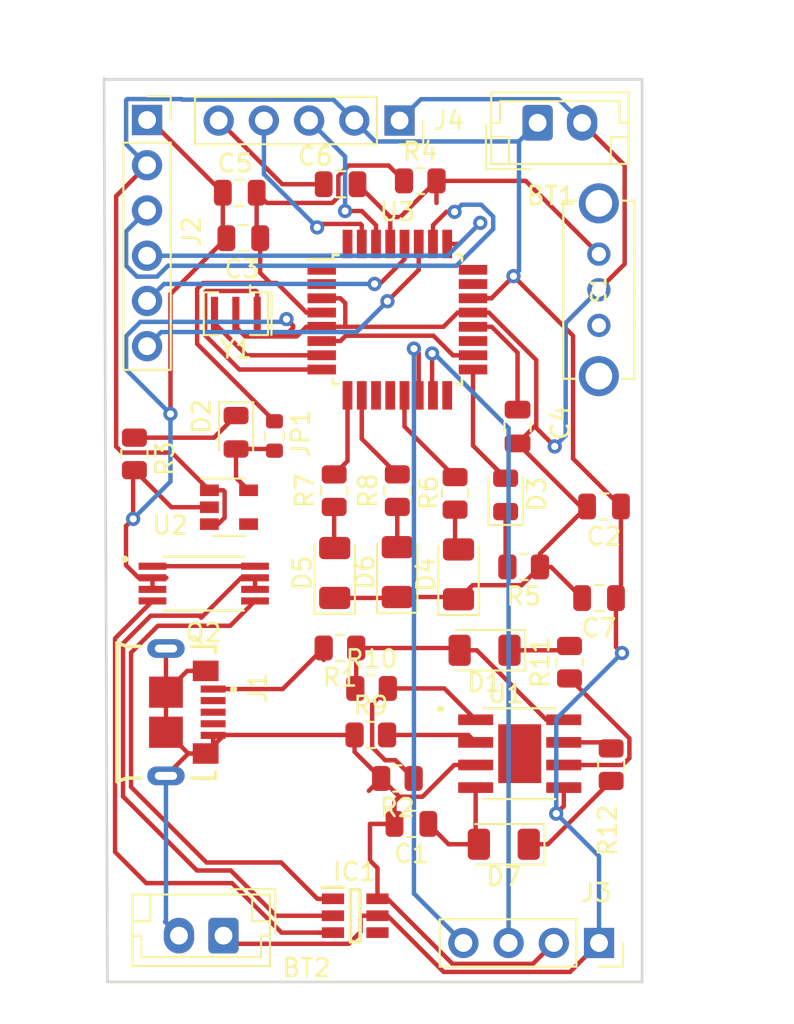
<source format=kicad_pcb>
(kicad_pcb (version 20171130) (host pcbnew "(5.1.10)-1")

  (general
    (thickness 1.6)
    (drawings 4)
    (tracks 344)
    (zones 0)
    (modules 40)
    (nets 55)
  )

  (page A4)
  (layers
    (0 F.Cu signal)
    (31 B.Cu signal)
    (32 B.Adhes user)
    (33 F.Adhes user)
    (34 B.Paste user)
    (35 F.Paste user)
    (36 B.SilkS user)
    (37 F.SilkS user)
    (38 B.Mask user)
    (39 F.Mask user)
    (40 Dwgs.User user)
    (41 Cmts.User user)
    (42 Eco1.User user)
    (43 Eco2.User user)
    (44 Edge.Cuts user)
    (45 Margin user)
    (46 B.CrtYd user)
    (47 F.CrtYd user)
    (48 B.Fab user)
    (49 F.Fab user)
  )

  (setup
    (last_trace_width 0.25)
    (trace_clearance 0.2)
    (zone_clearance 0.508)
    (zone_45_only no)
    (trace_min 0.2)
    (via_size 0.8)
    (via_drill 0.4)
    (via_min_size 0.4)
    (via_min_drill 0.3)
    (uvia_size 0.3)
    (uvia_drill 0.1)
    (uvias_allowed no)
    (uvia_min_size 0.2)
    (uvia_min_drill 0.1)
    (edge_width 0.05)
    (segment_width 0.2)
    (pcb_text_width 0.3)
    (pcb_text_size 1.5 1.5)
    (mod_edge_width 0.12)
    (mod_text_size 1 1)
    (mod_text_width 0.15)
    (pad_size 1.524 1.524)
    (pad_drill 0.762)
    (pad_to_mask_clearance 0)
    (aux_axis_origin 0 0)
    (visible_elements 7FFFFFFF)
    (pcbplotparams
      (layerselection 0x010fc_ffffffff)
      (usegerberextensions false)
      (usegerberattributes true)
      (usegerberadvancedattributes true)
      (creategerberjobfile true)
      (excludeedgelayer true)
      (linewidth 0.100000)
      (plotframeref false)
      (viasonmask false)
      (mode 1)
      (useauxorigin false)
      (hpglpennumber 1)
      (hpglpenspeed 20)
      (hpglpendiameter 15.000000)
      (psnegative false)
      (psa4output false)
      (plotreference true)
      (plotvalue true)
      (plotinvisibletext false)
      (padsonsilk false)
      (subtractmaskfromsilk false)
      (outputformat 1)
      (mirror false)
      (drillshape 0)
      (scaleselection 1)
      (outputdirectory "GerberTop/"))
  )

  (net 0 "")
  (net 1 /Pro-Mini/D3)
  (net 2 /Pro-Mini/D5)
  (net 3 /Pro-Mini/D6)
  (net 4 GND)
  (net 5 /3.7V)
  (net 6 VCC)
  (net 7 "Net-(C4-Pad1)")
  (net 8 /Pro-Mini/DTR)
  (net 9 "Net-(C6-Pad1)")
  (net 10 "Net-(D1-Pad1)")
  (net 11 "Net-(D2-Pad2)")
  (net 12 "Net-(D2-Pad1)")
  (net 13 /Pro-Mini/SCK-D13)
  (net 14 "Net-(D3-Pad1)")
  (net 15 "Net-(IC1-Pad4)")
  (net 16 /USBPowerIn/Gate2)
  (net 17 "Net-(IC1-Pad2)")
  (net 18 /USBPowerIn/Gate1)
  (net 19 "Net-(J1-Pad4)")
  (net 20 "Net-(J1-Pad3)")
  (net 21 "Net-(J1-Pad2)")
  (net 22 "Net-(J1-Pad1)")
  (net 23 /Pro-Mini/A0)
  (net 24 /Pro-Mini/A1)
  (net 25 /Pro-Mini/A2)
  (net 26 /Pro-Mini/A3)
  (net 27 /Pro-Mini/D10)
  (net 28 /Pro-Mini/MOSI-D11)
  (net 29 "Net-(Q2-Pad1)")
  (net 30 "Net-(U2-Pad4)")
  (net 31 /Pro-Mini/D2)
  (net 32 /Pro-Mini/TX0)
  (net 33 /Pro-Mini/RXI)
  (net 34 /Pro-Mini/A6)
  (net 35 /Pro-Mini/MISO-D12)
  (net 36 /Pro-Mini/D9)
  (net 37 /Pro-Mini/D8)
  (net 38 /Pro-Mini/D7)
  (net 39 "Net-(U3-Pad8)")
  (net 40 "Net-(U3-Pad7)")
  (net 41 /Pro-Mini/D4)
  (net 42 "Net-(D4-Pad2)")
  (net 43 "Net-(D5-Pad2)")
  (net 44 "Net-(D6-Pad2)")
  (net 45 "Net-(S1-Pad1)")
  (net 46 /USBPowerIn/VBUS)
  (net 47 "Net-(D7-Pad1)")
  (net 48 /SCL)
  (net 49 /SDA)
  (net 50 "Net-(R10-Pad2)")
  (net 51 "Net-(R9-Pad2)")
  (net 52 "Net-(R11-Pad1)")
  (net 53 "Net-(R12-Pad1)")
  (net 54 "Net-(U1-Pad9)")

  (net_class Default "This is the default net class."
    (clearance 0.2)
    (trace_width 0.25)
    (via_dia 0.8)
    (via_drill 0.4)
    (uvia_dia 0.3)
    (uvia_drill 0.1)
    (add_net /3.7V)
    (add_net /Pro-Mini/A0)
    (add_net /Pro-Mini/A1)
    (add_net /Pro-Mini/A2)
    (add_net /Pro-Mini/A3)
    (add_net /Pro-Mini/A6)
    (add_net /Pro-Mini/D10)
    (add_net /Pro-Mini/D2)
    (add_net /Pro-Mini/D3)
    (add_net /Pro-Mini/D4)
    (add_net /Pro-Mini/D5)
    (add_net /Pro-Mini/D6)
    (add_net /Pro-Mini/D7)
    (add_net /Pro-Mini/D8)
    (add_net /Pro-Mini/D9)
    (add_net /Pro-Mini/DTR)
    (add_net /Pro-Mini/MISO-D12)
    (add_net /Pro-Mini/MOSI-D11)
    (add_net /Pro-Mini/RXI)
    (add_net /Pro-Mini/SCK-D13)
    (add_net /Pro-Mini/TX0)
    (add_net /SCL)
    (add_net /SDA)
    (add_net /USBPowerIn/Gate1)
    (add_net /USBPowerIn/Gate2)
    (add_net /USBPowerIn/VBUS)
    (add_net GND)
    (add_net "Net-(C4-Pad1)")
    (add_net "Net-(C6-Pad1)")
    (add_net "Net-(D1-Pad1)")
    (add_net "Net-(D2-Pad1)")
    (add_net "Net-(D2-Pad2)")
    (add_net "Net-(D3-Pad1)")
    (add_net "Net-(D4-Pad2)")
    (add_net "Net-(D5-Pad2)")
    (add_net "Net-(D6-Pad2)")
    (add_net "Net-(D7-Pad1)")
    (add_net "Net-(IC1-Pad2)")
    (add_net "Net-(IC1-Pad4)")
    (add_net "Net-(J1-Pad1)")
    (add_net "Net-(J1-Pad2)")
    (add_net "Net-(J1-Pad3)")
    (add_net "Net-(J1-Pad4)")
    (add_net "Net-(Q2-Pad1)")
    (add_net "Net-(R10-Pad2)")
    (add_net "Net-(R11-Pad1)")
    (add_net "Net-(R12-Pad1)")
    (add_net "Net-(R9-Pad2)")
    (add_net "Net-(S1-Pad1)")
    (add_net "Net-(U1-Pad9)")
    (add_net "Net-(U2-Pad4)")
    (add_net "Net-(U3-Pad7)")
    (add_net "Net-(U3-Pad8)")
    (add_net VCC)
  )

  (module TP4056:SOP127P600X175-9N (layer F.Cu) (tedit 62572605) (tstamp 62612DE6)
    (at 154.2288 120.38076)
    (path /62357A68/6261EE96)
    (fp_text reference U1 (at -0.795 -3.362) (layer F.SilkS)
      (effects (font (size 1 1) (thickness 0.15)))
    )
    (fp_text value TP4056 (at 6.825 3.362) (layer F.Fab)
      (effects (font (size 1 1) (thickness 0.15)))
    )
    (fp_line (start 3.71 -2.8) (end 3.71 2.8) (layer F.CrtYd) (width 0.05))
    (fp_line (start -3.71 -2.8) (end -3.71 2.8) (layer F.CrtYd) (width 0.05))
    (fp_line (start -3.71 2.8) (end 3.71 2.8) (layer F.CrtYd) (width 0.05))
    (fp_line (start -3.71 -2.8) (end 3.71 -2.8) (layer F.CrtYd) (width 0.05))
    (fp_line (start 2 -2.55) (end 2 2.55) (layer F.Fab) (width 0.127))
    (fp_line (start -2 -2.55) (end -2 2.55) (layer F.Fab) (width 0.127))
    (fp_line (start -2 2.55) (end 2 2.55) (layer F.SilkS) (width 0.127))
    (fp_line (start -2 -2.55) (end 2 -2.55) (layer F.SilkS) (width 0.127))
    (fp_line (start -2 2.55) (end 2 2.55) (layer F.Fab) (width 0.127))
    (fp_line (start -2 -2.55) (end 2 -2.55) (layer F.Fab) (width 0.127))
    (fp_circle (center -4.445 -2.505) (end -4.345 -2.505) (layer F.Fab) (width 0.2))
    (fp_circle (center -4.445 -2.505) (end -4.345 -2.505) (layer F.SilkS) (width 0.2))
    (fp_poly (pts (xy -0.645 -0.82) (xy 0.645 -0.82) (xy 0.645 0.82) (xy -0.645 0.82)) (layer F.Paste) (width 0.01))
    (pad 9 smd rect (at 0 0) (size 2.413 3.302) (layers F.Cu F.Mask)
      (net 54 "Net-(U1-Pad9)"))
    (pad 8 smd roundrect (at 2.475 -1.905) (size 1.97 0.6) (layers F.Cu F.Paste F.Mask) (roundrect_rratio 0.07000000000000001)
      (net 46 /USBPowerIn/VBUS))
    (pad 7 smd roundrect (at 2.475 -0.635) (size 1.97 0.6) (layers F.Cu F.Paste F.Mask) (roundrect_rratio 0.07000000000000001)
      (net 53 "Net-(R12-Pad1)"))
    (pad 6 smd roundrect (at 2.475 0.635) (size 1.97 0.6) (layers F.Cu F.Paste F.Mask) (roundrect_rratio 0.07000000000000001)
      (net 52 "Net-(R11-Pad1)"))
    (pad 5 smd roundrect (at 2.475 1.905) (size 1.97 0.6) (layers F.Cu F.Paste F.Mask) (roundrect_rratio 0.07000000000000001)
      (net 5 /3.7V))
    (pad 4 smd roundrect (at -2.475 1.905) (size 1.97 0.6) (layers F.Cu F.Paste F.Mask) (roundrect_rratio 0.07000000000000001)
      (net 46 /USBPowerIn/VBUS))
    (pad 3 smd roundrect (at -2.475 0.635) (size 1.97 0.6) (layers F.Cu F.Paste F.Mask) (roundrect_rratio 0.07000000000000001)
      (net 4 GND))
    (pad 2 smd roundrect (at -2.475 -0.635) (size 1.97 0.6) (layers F.Cu F.Paste F.Mask) (roundrect_rratio 0.07000000000000001)
      (net 51 "Net-(R9-Pad2)"))
    (pad 1 smd roundrect (at -2.475 -1.905) (size 1.97 0.6) (layers F.Cu F.Paste F.Mask) (roundrect_rratio 0.07000000000000001)
      (net 50 "Net-(R10-Pad2)"))
  )

  (module USB3075-30-A:GCT_USB3075-30-A (layer F.Cu) (tedit 6261FABB) (tstamp 62626487)
    (at 137.00584 116.7518 270)
    (path /62357A68/6266ECCC)
    (fp_text reference J1 (at -0.08593 -2.49759 90) (layer F.SilkS)
      (effects (font (size 1 1) (thickness 0.15)))
    )
    (fp_text value USB3075-30-A (at 6.86562 6.57223 90) (layer F.Fab)
      (effects (font (size 1 1) (thickness 0.15)))
    )
    (fp_circle (center 0 -1.15) (end 0.1 -1.15) (layer F.SilkS) (width 0.2))
    (fp_line (start -3.6 4.1) (end 7.5 4.1) (layer F.Fab) (width 0.1))
    (fp_line (start 5 4.86) (end 5.2 5.4) (layer F.SilkS) (width 0.2))
    (fp_line (start -2.6 5.4) (end 5.2 5.4) (layer F.SilkS) (width 0.2))
    (fp_line (start 4.65 -0.15) (end 5 -0.15) (layer F.SilkS) (width 0.2))
    (fp_line (start 5 1.2) (end 5 -0.15) (layer F.SilkS) (width 0.2))
    (fp_line (start -2.6 5.4) (end -2.4 4.86) (layer F.SilkS) (width 0.2))
    (fp_line (start -2.4 4.86) (end -2.4 4.1) (layer F.SilkS) (width 0.2))
    (fp_line (start -2.4 -0.15) (end -2.05 -0.15) (layer F.SilkS) (width 0.2))
    (fp_line (start -2.4 1.2) (end -2.4 -0.15) (layer F.SilkS) (width 0.2))
    (fp_line (start 5 4.86) (end 5 4.1) (layer F.SilkS) (width 0.2))
    (fp_line (start -3 5.65) (end -3 -0.95) (layer F.CrtYd) (width 0.05))
    (fp_line (start 5.6 5.65) (end 5.6 -0.95) (layer F.CrtYd) (width 0.05))
    (fp_line (start -3 5.65) (end 5.6 5.65) (layer F.CrtYd) (width 0.05))
    (fp_line (start -3 -0.95) (end 5.6 -0.95) (layer F.CrtYd) (width 0.05))
    (fp_line (start 5 4.86) (end 5.2 5.4) (layer F.Fab) (width 0.1))
    (fp_line (start -2.4 4.86) (end -2.4 -0.15) (layer F.Fab) (width 0.1))
    (fp_line (start -2.6 5.4) (end 5.2 5.4) (layer F.Fab) (width 0.1))
    (fp_line (start 5 4.86) (end 5 -0.15) (layer F.Fab) (width 0.1))
    (fp_line (start -2.4 -0.15) (end 5 -0.15) (layer F.Fab) (width 0.1))
    (fp_line (start -2.6 5.4) (end -2.4 4.86) (layer F.Fab) (width 0.1))
    (fp_circle (center 0 -1.15) (end 0.1 -1.15) (layer F.Fab) (width 0.2))
    (fp_text user PCB-EDGE (at 5.71554 4.05494 90) (layer F.Fab)
      (effects (font (size 0.321129 0.321129) (thickness 0.15)))
    )
    (pad S6 thru_hole oval (at 4.875 2.65 270) (size 1.05 2.1) (drill oval 0.45 1.25) (layers *.Cu *.Mask)
      (net 4 GND))
    (pad S5 thru_hole oval (at -2.275 2.65 270) (size 1.05 2.1) (drill oval 0.45 1.25) (layers *.Cu *.Mask)
      (net 4 GND))
    (pad S2 smd rect (at 3.62 0.42 270) (size 1.15 1.45) (layers F.Cu F.Paste F.Mask)
      (net 4 GND))
    (pad S1 smd rect (at -1.02 0.42 270) (size 1.15 1.45) (layers F.Cu F.Paste F.Mask)
      (net 4 GND))
    (pad S4 smd rect (at 2.425 2.65 270) (size 1.75 1.9) (layers F.Cu F.Paste F.Mask)
      (net 4 GND))
    (pad S3 smd rect (at 0.175 2.65 270) (size 1.75 1.9) (layers F.Cu F.Paste F.Mask)
      (net 4 GND))
    (pad 5 smd rect (at 2.6 0 270) (size 0.4 1.4) (layers F.Cu F.Paste F.Mask)
      (net 4 GND))
    (pad 4 smd rect (at 1.95 0 270) (size 0.4 1.4) (layers F.Cu F.Paste F.Mask)
      (net 19 "Net-(J1-Pad4)"))
    (pad 3 smd rect (at 1.3 0 270) (size 0.4 1.4) (layers F.Cu F.Paste F.Mask)
      (net 20 "Net-(J1-Pad3)"))
    (pad 2 smd rect (at 0.65 0 270) (size 0.4 1.4) (layers F.Cu F.Paste F.Mask)
      (net 21 "Net-(J1-Pad2)"))
    (pad 1 smd rect (at 0 0 270) (size 0.4 1.4) (layers F.Cu F.Paste F.Mask)
      (net 22 "Net-(J1-Pad1)"))
  )

  (module Resistor_SMD:R_0805_2012Metric (layer F.Cu) (tedit 5F68FEEE) (tstamp 62612D84)
    (at 159.36468 120.99862 270)
    (descr "Resistor SMD 0805 (2012 Metric), square (rectangular) end terminal, IPC_7351 nominal, (Body size source: IPC-SM-782 page 72, https://www.pcb-3d.com/wordpress/wp-content/uploads/ipc-sm-782a_amendment_1_and_2.pdf), generated with kicad-footprint-generator")
    (tags resistor)
    (path /62357A68/62643111)
    (attr smd)
    (fp_text reference R12 (at 3.69506 0.2032 90) (layer F.SilkS)
      (effects (font (size 1 1) (thickness 0.15)))
    )
    (fp_text value 1K (at 0 1.65 90) (layer F.Fab)
      (effects (font (size 1 1) (thickness 0.15)))
    )
    (fp_line (start 1.68 0.95) (end -1.68 0.95) (layer F.CrtYd) (width 0.05))
    (fp_line (start 1.68 -0.95) (end 1.68 0.95) (layer F.CrtYd) (width 0.05))
    (fp_line (start -1.68 -0.95) (end 1.68 -0.95) (layer F.CrtYd) (width 0.05))
    (fp_line (start -1.68 0.95) (end -1.68 -0.95) (layer F.CrtYd) (width 0.05))
    (fp_line (start -0.227064 0.735) (end 0.227064 0.735) (layer F.SilkS) (width 0.12))
    (fp_line (start -0.227064 -0.735) (end 0.227064 -0.735) (layer F.SilkS) (width 0.12))
    (fp_line (start 1 0.625) (end -1 0.625) (layer F.Fab) (width 0.1))
    (fp_line (start 1 -0.625) (end 1 0.625) (layer F.Fab) (width 0.1))
    (fp_line (start -1 -0.625) (end 1 -0.625) (layer F.Fab) (width 0.1))
    (fp_line (start -1 0.625) (end -1 -0.625) (layer F.Fab) (width 0.1))
    (fp_text user %R (at 0 0 90) (layer F.Fab)
      (effects (font (size 0.5 0.5) (thickness 0.08)))
    )
    (pad 2 smd roundrect (at 0.9125 0 270) (size 1.025 1.4) (layers F.Cu F.Paste F.Mask) (roundrect_rratio 0.2439014634146341)
      (net 47 "Net-(D7-Pad1)"))
    (pad 1 smd roundrect (at -0.9125 0 270) (size 1.025 1.4) (layers F.Cu F.Paste F.Mask) (roundrect_rratio 0.2439014634146341)
      (net 53 "Net-(R12-Pad1)"))
    (model ${KISYS3DMOD}/Resistor_SMD.3dshapes/R_0805_2012Metric.wrl
      (at (xyz 0 0 0))
      (scale (xyz 1 1 1))
      (rotate (xyz 0 0 0))
    )
  )

  (module Resistor_SMD:R_0805_2012Metric (layer F.Cu) (tedit 5F68FEEE) (tstamp 62612D73)
    (at 157.02788 115.24488 90)
    (descr "Resistor SMD 0805 (2012 Metric), square (rectangular) end terminal, IPC_7351 nominal, (Body size source: IPC-SM-782 page 72, https://www.pcb-3d.com/wordpress/wp-content/uploads/ipc-sm-782a_amendment_1_and_2.pdf), generated with kicad-footprint-generator")
    (tags resistor)
    (path /62357A68/62642B7D)
    (attr smd)
    (fp_text reference R11 (at 0 -1.65 90) (layer F.SilkS)
      (effects (font (size 1 1) (thickness 0.15)))
    )
    (fp_text value 1K (at 0 1.65 90) (layer F.Fab)
      (effects (font (size 1 1) (thickness 0.15)))
    )
    (fp_line (start 1.68 0.95) (end -1.68 0.95) (layer F.CrtYd) (width 0.05))
    (fp_line (start 1.68 -0.95) (end 1.68 0.95) (layer F.CrtYd) (width 0.05))
    (fp_line (start -1.68 -0.95) (end 1.68 -0.95) (layer F.CrtYd) (width 0.05))
    (fp_line (start -1.68 0.95) (end -1.68 -0.95) (layer F.CrtYd) (width 0.05))
    (fp_line (start -0.227064 0.735) (end 0.227064 0.735) (layer F.SilkS) (width 0.12))
    (fp_line (start -0.227064 -0.735) (end 0.227064 -0.735) (layer F.SilkS) (width 0.12))
    (fp_line (start 1 0.625) (end -1 0.625) (layer F.Fab) (width 0.1))
    (fp_line (start 1 -0.625) (end 1 0.625) (layer F.Fab) (width 0.1))
    (fp_line (start -1 -0.625) (end 1 -0.625) (layer F.Fab) (width 0.1))
    (fp_line (start -1 0.625) (end -1 -0.625) (layer F.Fab) (width 0.1))
    (fp_text user %R (at 0 0 90) (layer F.Fab)
      (effects (font (size 0.5 0.5) (thickness 0.08)))
    )
    (pad 2 smd roundrect (at 0.9125 0 90) (size 1.025 1.4) (layers F.Cu F.Paste F.Mask) (roundrect_rratio 0.2439014634146341)
      (net 10 "Net-(D1-Pad1)"))
    (pad 1 smd roundrect (at -0.9125 0 90) (size 1.025 1.4) (layers F.Cu F.Paste F.Mask) (roundrect_rratio 0.2439014634146341)
      (net 52 "Net-(R11-Pad1)"))
    (model ${KISYS3DMOD}/Resistor_SMD.3dshapes/R_0805_2012Metric.wrl
      (at (xyz 0 0 0))
      (scale (xyz 1 1 1))
      (rotate (xyz 0 0 0))
    )
  )

  (module Resistor_SMD:R_0805_2012Metric (layer F.Cu) (tedit 5F68FEEE) (tstamp 62612D62)
    (at 145.90586 116.71808)
    (descr "Resistor SMD 0805 (2012 Metric), square (rectangular) end terminal, IPC_7351 nominal, (Body size source: IPC-SM-782 page 72, https://www.pcb-3d.com/wordpress/wp-content/uploads/ipc-sm-782a_amendment_1_and_2.pdf), generated with kicad-footprint-generator")
    (tags resistor)
    (path /62357A68/62631A8C)
    (attr smd)
    (fp_text reference R10 (at 0 -1.65) (layer F.SilkS)
      (effects (font (size 1 1) (thickness 0.15)))
    )
    (fp_text value UN (at 0 1.65) (layer F.Fab)
      (effects (font (size 1 1) (thickness 0.15)))
    )
    (fp_line (start 1.68 0.95) (end -1.68 0.95) (layer F.CrtYd) (width 0.05))
    (fp_line (start 1.68 -0.95) (end 1.68 0.95) (layer F.CrtYd) (width 0.05))
    (fp_line (start -1.68 -0.95) (end 1.68 -0.95) (layer F.CrtYd) (width 0.05))
    (fp_line (start -1.68 0.95) (end -1.68 -0.95) (layer F.CrtYd) (width 0.05))
    (fp_line (start -0.227064 0.735) (end 0.227064 0.735) (layer F.SilkS) (width 0.12))
    (fp_line (start -0.227064 -0.735) (end 0.227064 -0.735) (layer F.SilkS) (width 0.12))
    (fp_line (start 1 0.625) (end -1 0.625) (layer F.Fab) (width 0.1))
    (fp_line (start 1 -0.625) (end 1 0.625) (layer F.Fab) (width 0.1))
    (fp_line (start -1 -0.625) (end 1 -0.625) (layer F.Fab) (width 0.1))
    (fp_line (start -1 0.625) (end -1 -0.625) (layer F.Fab) (width 0.1))
    (fp_text user %R (at 0 0) (layer F.Fab)
      (effects (font (size 0.5 0.5) (thickness 0.08)))
    )
    (pad 2 smd roundrect (at 0.9125 0) (size 1.025 1.4) (layers F.Cu F.Paste F.Mask) (roundrect_rratio 0.2439014634146341)
      (net 50 "Net-(R10-Pad2)"))
    (pad 1 smd roundrect (at -0.9125 0) (size 1.025 1.4) (layers F.Cu F.Paste F.Mask) (roundrect_rratio 0.2439014634146341)
      (net 46 /USBPowerIn/VBUS))
    (model ${KISYS3DMOD}/Resistor_SMD.3dshapes/R_0805_2012Metric.wrl
      (at (xyz 0 0 0))
      (scale (xyz 1 1 1))
      (rotate (xyz 0 0 0))
    )
  )

  (module Resistor_SMD:R_0805_2012Metric (layer F.Cu) (tedit 5F68FEEE) (tstamp 62612D51)
    (at 145.86394 119.3292)
    (descr "Resistor SMD 0805 (2012 Metric), square (rectangular) end terminal, IPC_7351 nominal, (Body size source: IPC-SM-782 page 72, https://www.pcb-3d.com/wordpress/wp-content/uploads/ipc-sm-782a_amendment_1_and_2.pdf), generated with kicad-footprint-generator")
    (tags resistor)
    (path /62357A68/62636AFD)
    (attr smd)
    (fp_text reference R9 (at 0 -1.65) (layer F.SilkS)
      (effects (font (size 1 1) (thickness 0.15)))
    )
    (fp_text value UN (at 0 1.65) (layer F.Fab)
      (effects (font (size 1 1) (thickness 0.15)))
    )
    (fp_line (start 1.68 0.95) (end -1.68 0.95) (layer F.CrtYd) (width 0.05))
    (fp_line (start 1.68 -0.95) (end 1.68 0.95) (layer F.CrtYd) (width 0.05))
    (fp_line (start -1.68 -0.95) (end 1.68 -0.95) (layer F.CrtYd) (width 0.05))
    (fp_line (start -1.68 0.95) (end -1.68 -0.95) (layer F.CrtYd) (width 0.05))
    (fp_line (start -0.227064 0.735) (end 0.227064 0.735) (layer F.SilkS) (width 0.12))
    (fp_line (start -0.227064 -0.735) (end 0.227064 -0.735) (layer F.SilkS) (width 0.12))
    (fp_line (start 1 0.625) (end -1 0.625) (layer F.Fab) (width 0.1))
    (fp_line (start 1 -0.625) (end 1 0.625) (layer F.Fab) (width 0.1))
    (fp_line (start -1 -0.625) (end 1 -0.625) (layer F.Fab) (width 0.1))
    (fp_line (start -1 0.625) (end -1 -0.625) (layer F.Fab) (width 0.1))
    (fp_text user %R (at 0 0) (layer F.Fab)
      (effects (font (size 0.5 0.5) (thickness 0.08)))
    )
    (pad 2 smd roundrect (at 0.9125 0) (size 1.025 1.4) (layers F.Cu F.Paste F.Mask) (roundrect_rratio 0.2439014634146341)
      (net 51 "Net-(R9-Pad2)"))
    (pad 1 smd roundrect (at -0.9125 0) (size 1.025 1.4) (layers F.Cu F.Paste F.Mask) (roundrect_rratio 0.2439014634146341)
      (net 4 GND))
    (model ${KISYS3DMOD}/Resistor_SMD.3dshapes/R_0805_2012Metric.wrl
      (at (xyz 0 0 0))
      (scale (xyz 1 1 1))
      (rotate (xyz 0 0 0))
    )
  )

  (module Resistor_SMD:R_0805_2012Metric (layer F.Cu) (tedit 5F68FEEE) (tstamp 62612C80)
    (at 147.35746 121.77268 180)
    (descr "Resistor SMD 0805 (2012 Metric), square (rectangular) end terminal, IPC_7351 nominal, (Body size source: IPC-SM-782 page 72, https://www.pcb-3d.com/wordpress/wp-content/uploads/ipc-sm-782a_amendment_1_and_2.pdf), generated with kicad-footprint-generator")
    (tags resistor)
    (path /62357A68/626347C4)
    (attr smd)
    (fp_text reference R2 (at 0 -1.65) (layer F.SilkS)
      (effects (font (size 1 1) (thickness 0.15)))
    )
    (fp_text value UN (at -1.11062 1.49352) (layer F.Fab)
      (effects (font (size 1 1) (thickness 0.15)))
    )
    (fp_line (start 1.68 0.95) (end -1.68 0.95) (layer F.CrtYd) (width 0.05))
    (fp_line (start 1.68 -0.95) (end 1.68 0.95) (layer F.CrtYd) (width 0.05))
    (fp_line (start -1.68 -0.95) (end 1.68 -0.95) (layer F.CrtYd) (width 0.05))
    (fp_line (start -1.68 0.95) (end -1.68 -0.95) (layer F.CrtYd) (width 0.05))
    (fp_line (start -0.227064 0.735) (end 0.227064 0.735) (layer F.SilkS) (width 0.12))
    (fp_line (start -0.227064 -0.735) (end 0.227064 -0.735) (layer F.SilkS) (width 0.12))
    (fp_line (start 1 0.625) (end -1 0.625) (layer F.Fab) (width 0.1))
    (fp_line (start 1 -0.625) (end 1 0.625) (layer F.Fab) (width 0.1))
    (fp_line (start -1 -0.625) (end 1 -0.625) (layer F.Fab) (width 0.1))
    (fp_line (start -1 0.625) (end -1 -0.625) (layer F.Fab) (width 0.1))
    (fp_text user %R (at 0 0) (layer F.Fab)
      (effects (font (size 0.5 0.5) (thickness 0.08)))
    )
    (pad 2 smd roundrect (at 0.9125 0 180) (size 1.025 1.4) (layers F.Cu F.Paste F.Mask) (roundrect_rratio 0.2439014634146341)
      (net 4 GND))
    (pad 1 smd roundrect (at -0.9125 0 180) (size 1.025 1.4) (layers F.Cu F.Paste F.Mask) (roundrect_rratio 0.2439014634146341)
      (net 50 "Net-(R10-Pad2)"))
    (model ${KISYS3DMOD}/Resistor_SMD.3dshapes/R_0805_2012Metric.wrl
      (at (xyz 0 0 0))
      (scale (xyz 1 1 1))
      (rotate (xyz 0 0 0))
    )
  )

  (module Resistor_SMD:R_0805_2012Metric (layer F.Cu) (tedit 5F68FEEE) (tstamp 62612C6F)
    (at 144.12976 114.44732 180)
    (descr "Resistor SMD 0805 (2012 Metric), square (rectangular) end terminal, IPC_7351 nominal, (Body size source: IPC-SM-782 page 72, https://www.pcb-3d.com/wordpress/wp-content/uploads/ipc-sm-782a_amendment_1_and_2.pdf), generated with kicad-footprint-generator")
    (tags resistor)
    (path /62357A68/6263F900)
    (attr smd)
    (fp_text reference R1 (at 0 -1.65) (layer F.SilkS)
      (effects (font (size 1 1) (thickness 0.15)))
    )
    (fp_text value 1 (at 0 1.65) (layer F.Fab)
      (effects (font (size 1 1) (thickness 0.15)))
    )
    (fp_line (start 1.68 0.95) (end -1.68 0.95) (layer F.CrtYd) (width 0.05))
    (fp_line (start 1.68 -0.95) (end 1.68 0.95) (layer F.CrtYd) (width 0.05))
    (fp_line (start -1.68 -0.95) (end 1.68 -0.95) (layer F.CrtYd) (width 0.05))
    (fp_line (start -1.68 0.95) (end -1.68 -0.95) (layer F.CrtYd) (width 0.05))
    (fp_line (start -0.227064 0.735) (end 0.227064 0.735) (layer F.SilkS) (width 0.12))
    (fp_line (start -0.227064 -0.735) (end 0.227064 -0.735) (layer F.SilkS) (width 0.12))
    (fp_line (start 1 0.625) (end -1 0.625) (layer F.Fab) (width 0.1))
    (fp_line (start 1 -0.625) (end 1 0.625) (layer F.Fab) (width 0.1))
    (fp_line (start -1 -0.625) (end 1 -0.625) (layer F.Fab) (width 0.1))
    (fp_line (start -1 0.625) (end -1 -0.625) (layer F.Fab) (width 0.1))
    (fp_text user %R (at 0 0) (layer F.Fab)
      (effects (font (size 0.5 0.5) (thickness 0.08)))
    )
    (pad 2 smd roundrect (at 0.9125 0 180) (size 1.025 1.4) (layers F.Cu F.Paste F.Mask) (roundrect_rratio 0.2439014634146341)
      (net 22 "Net-(J1-Pad1)"))
    (pad 1 smd roundrect (at -0.9125 0 180) (size 1.025 1.4) (layers F.Cu F.Paste F.Mask) (roundrect_rratio 0.2439014634146341)
      (net 46 /USBPowerIn/VBUS))
    (model ${KISYS3DMOD}/Resistor_SMD.3dshapes/R_0805_2012Metric.wrl
      (at (xyz 0 0 0))
      (scale (xyz 1 1 1))
      (rotate (xyz 0 0 0))
    )
  )

  (module LED_SMD:LED_1206_3216Metric (layer F.Cu) (tedit 5F68FEF1) (tstamp 62612AF0)
    (at 153.33472 125.46584 180)
    (descr "LED SMD 1206 (3216 Metric), square (rectangular) end terminal, IPC_7351 nominal, (Body size source: http://www.tortai-tech.com/upload/download/2011102023233369053.pdf), generated with kicad-footprint-generator")
    (tags LED)
    (path /62357A68/6262C0D5)
    (attr smd)
    (fp_text reference D7 (at 0 -1.82) (layer F.SilkS)
      (effects (font (size 1 1) (thickness 0.15)))
    )
    (fp_text value RED (at 0 1.82) (layer F.Fab)
      (effects (font (size 1 1) (thickness 0.15)))
    )
    (fp_line (start 2.28 1.12) (end -2.28 1.12) (layer F.CrtYd) (width 0.05))
    (fp_line (start 2.28 -1.12) (end 2.28 1.12) (layer F.CrtYd) (width 0.05))
    (fp_line (start -2.28 -1.12) (end 2.28 -1.12) (layer F.CrtYd) (width 0.05))
    (fp_line (start -2.28 1.12) (end -2.28 -1.12) (layer F.CrtYd) (width 0.05))
    (fp_line (start -2.285 1.135) (end 1.6 1.135) (layer F.SilkS) (width 0.12))
    (fp_line (start -2.285 -1.135) (end -2.285 1.135) (layer F.SilkS) (width 0.12))
    (fp_line (start 1.6 -1.135) (end -2.285 -1.135) (layer F.SilkS) (width 0.12))
    (fp_line (start 1.6 0.8) (end 1.6 -0.8) (layer F.Fab) (width 0.1))
    (fp_line (start -1.6 0.8) (end 1.6 0.8) (layer F.Fab) (width 0.1))
    (fp_line (start -1.6 -0.4) (end -1.6 0.8) (layer F.Fab) (width 0.1))
    (fp_line (start -1.2 -0.8) (end -1.6 -0.4) (layer F.Fab) (width 0.1))
    (fp_line (start 1.6 -0.8) (end -1.2 -0.8) (layer F.Fab) (width 0.1))
    (fp_text user %R (at 0 0) (layer F.Fab)
      (effects (font (size 0.8 0.8) (thickness 0.12)))
    )
    (pad 2 smd roundrect (at 1.4 0 180) (size 1.25 1.75) (layers F.Cu F.Paste F.Mask) (roundrect_rratio 0.2)
      (net 46 /USBPowerIn/VBUS))
    (pad 1 smd roundrect (at -1.4 0 180) (size 1.25 1.75) (layers F.Cu F.Paste F.Mask) (roundrect_rratio 0.2)
      (net 47 "Net-(D7-Pad1)"))
    (model ${KISYS3DMOD}/LED_SMD.3dshapes/LED_1206_3216Metric.wrl
      (at (xyz 0 0 0))
      (scale (xyz 1 1 1))
      (rotate (xyz 0 0 0))
    )
  )

  (module LED_SMD:LED_1206_3216Metric (layer F.Cu) (tedit 5F68FEF1) (tstamp 62612A29)
    (at 152.25268 114.57432 180)
    (descr "LED SMD 1206 (3216 Metric), square (rectangular) end terminal, IPC_7351 nominal, (Body size source: http://www.tortai-tech.com/upload/download/2011102023233369053.pdf), generated with kicad-footprint-generator")
    (tags LED)
    (path /62357A68/6262B0B1)
    (attr smd)
    (fp_text reference D1 (at 0 -1.82) (layer F.SilkS)
      (effects (font (size 1 1) (thickness 0.15)))
    )
    (fp_text value Green (at 0 1.82) (layer F.Fab)
      (effects (font (size 1 1) (thickness 0.15)))
    )
    (fp_line (start 2.28 1.12) (end -2.28 1.12) (layer F.CrtYd) (width 0.05))
    (fp_line (start 2.28 -1.12) (end 2.28 1.12) (layer F.CrtYd) (width 0.05))
    (fp_line (start -2.28 -1.12) (end 2.28 -1.12) (layer F.CrtYd) (width 0.05))
    (fp_line (start -2.28 1.12) (end -2.28 -1.12) (layer F.CrtYd) (width 0.05))
    (fp_line (start -2.285 1.135) (end 1.6 1.135) (layer F.SilkS) (width 0.12))
    (fp_line (start -2.285 -1.135) (end -2.285 1.135) (layer F.SilkS) (width 0.12))
    (fp_line (start 1.6 -1.135) (end -2.285 -1.135) (layer F.SilkS) (width 0.12))
    (fp_line (start 1.6 0.8) (end 1.6 -0.8) (layer F.Fab) (width 0.1))
    (fp_line (start -1.6 0.8) (end 1.6 0.8) (layer F.Fab) (width 0.1))
    (fp_line (start -1.6 -0.4) (end -1.6 0.8) (layer F.Fab) (width 0.1))
    (fp_line (start -1.2 -0.8) (end -1.6 -0.4) (layer F.Fab) (width 0.1))
    (fp_line (start 1.6 -0.8) (end -1.2 -0.8) (layer F.Fab) (width 0.1))
    (fp_text user %R (at 0 0) (layer F.Fab)
      (effects (font (size 0.8 0.8) (thickness 0.12)))
    )
    (pad 2 smd roundrect (at 1.4 0 180) (size 1.25 1.75) (layers F.Cu F.Paste F.Mask) (roundrect_rratio 0.2)
      (net 46 /USBPowerIn/VBUS))
    (pad 1 smd roundrect (at -1.4 0 180) (size 1.25 1.75) (layers F.Cu F.Paste F.Mask) (roundrect_rratio 0.2)
      (net 10 "Net-(D1-Pad1)"))
    (model ${KISYS3DMOD}/LED_SMD.3dshapes/LED_1206_3216Metric.wrl
      (at (xyz 0 0 0))
      (scale (xyz 1 1 1))
      (rotate (xyz 0 0 0))
    )
  )

  (module Capacitor_SMD:C_0805_2012Metric (layer F.Cu) (tedit 5F68FEEE) (tstamp 62612A16)
    (at 158.68396 111.64316 180)
    (descr "Capacitor SMD 0805 (2012 Metric), square (rectangular) end terminal, IPC_7351 nominal, (Body size source: IPC-SM-782 page 76, https://www.pcb-3d.com/wordpress/wp-content/uploads/ipc-sm-782a_amendment_1_and_2.pdf, https://docs.google.com/spreadsheets/d/1BsfQQcO9C6DZCsRaXUlFlo91Tg2WpOkGARC1WS5S8t0/edit?usp=sharing), generated with kicad-footprint-generator")
    (tags capacitor)
    (path /62357A68/62628FCE)
    (attr smd)
    (fp_text reference C7 (at 0 -1.68) (layer F.SilkS)
      (effects (font (size 1 1) (thickness 0.15)))
    )
    (fp_text value 10uF (at 0 1.68) (layer F.Fab)
      (effects (font (size 1 1) (thickness 0.15)))
    )
    (fp_line (start 1.7 0.98) (end -1.7 0.98) (layer F.CrtYd) (width 0.05))
    (fp_line (start 1.7 -0.98) (end 1.7 0.98) (layer F.CrtYd) (width 0.05))
    (fp_line (start -1.7 -0.98) (end 1.7 -0.98) (layer F.CrtYd) (width 0.05))
    (fp_line (start -1.7 0.98) (end -1.7 -0.98) (layer F.CrtYd) (width 0.05))
    (fp_line (start -0.261252 0.735) (end 0.261252 0.735) (layer F.SilkS) (width 0.12))
    (fp_line (start -0.261252 -0.735) (end 0.261252 -0.735) (layer F.SilkS) (width 0.12))
    (fp_line (start 1 0.625) (end -1 0.625) (layer F.Fab) (width 0.1))
    (fp_line (start 1 -0.625) (end 1 0.625) (layer F.Fab) (width 0.1))
    (fp_line (start -1 -0.625) (end 1 -0.625) (layer F.Fab) (width 0.1))
    (fp_line (start -1 0.625) (end -1 -0.625) (layer F.Fab) (width 0.1))
    (fp_text user %R (at 0 0) (layer F.Fab)
      (effects (font (size 0.5 0.5) (thickness 0.08)))
    )
    (pad 2 smd roundrect (at 0.95 0 180) (size 1 1.45) (layers F.Cu F.Paste F.Mask) (roundrect_rratio 0.25)
      (net 4 GND))
    (pad 1 smd roundrect (at -0.95 0 180) (size 1 1.45) (layers F.Cu F.Paste F.Mask) (roundrect_rratio 0.25)
      (net 5 /3.7V))
    (model ${KISYS3DMOD}/Capacitor_SMD.3dshapes/C_0805_2012Metric.wrl
      (at (xyz 0 0 0))
      (scale (xyz 1 1 1))
      (rotate (xyz 0 0 0))
    )
  )

  (module Capacitor_SMD:C_0805_2012Metric (layer F.Cu) (tedit 5F68FEEE) (tstamp 62612965)
    (at 148.14296 124.32284 180)
    (descr "Capacitor SMD 0805 (2012 Metric), square (rectangular) end terminal, IPC_7351 nominal, (Body size source: IPC-SM-782 page 76, https://www.pcb-3d.com/wordpress/wp-content/uploads/ipc-sm-782a_amendment_1_and_2.pdf, https://docs.google.com/spreadsheets/d/1BsfQQcO9C6DZCsRaXUlFlo91Tg2WpOkGARC1WS5S8t0/edit?usp=sharing), generated with kicad-footprint-generator")
    (tags capacitor)
    (path /62357A68/62639CF0)
    (attr smd)
    (fp_text reference C1 (at 0 -1.68) (layer F.SilkS)
      (effects (font (size 1 1) (thickness 0.15)))
    )
    (fp_text value 10uF (at -0.6604 -2.28092) (layer F.Fab)
      (effects (font (size 1 1) (thickness 0.15)))
    )
    (fp_line (start 1.7 0.98) (end -1.7 0.98) (layer F.CrtYd) (width 0.05))
    (fp_line (start 1.7 -0.98) (end 1.7 0.98) (layer F.CrtYd) (width 0.05))
    (fp_line (start -1.7 -0.98) (end 1.7 -0.98) (layer F.CrtYd) (width 0.05))
    (fp_line (start -1.7 0.98) (end -1.7 -0.98) (layer F.CrtYd) (width 0.05))
    (fp_line (start -0.261252 0.735) (end 0.261252 0.735) (layer F.SilkS) (width 0.12))
    (fp_line (start -0.261252 -0.735) (end 0.261252 -0.735) (layer F.SilkS) (width 0.12))
    (fp_line (start 1 0.625) (end -1 0.625) (layer F.Fab) (width 0.1))
    (fp_line (start 1 -0.625) (end 1 0.625) (layer F.Fab) (width 0.1))
    (fp_line (start -1 -0.625) (end 1 -0.625) (layer F.Fab) (width 0.1))
    (fp_line (start -1 0.625) (end -1 -0.625) (layer F.Fab) (width 0.1))
    (fp_text user %R (at 0 0) (layer F.Fab)
      (effects (font (size 0.5 0.5) (thickness 0.08)))
    )
    (pad 2 smd roundrect (at 0.95 0 180) (size 1 1.45) (layers F.Cu F.Paste F.Mask) (roundrect_rratio 0.25)
      (net 4 GND))
    (pad 1 smd roundrect (at -0.95 0 180) (size 1 1.45) (layers F.Cu F.Paste F.Mask) (roundrect_rratio 0.25)
      (net 46 /USBPowerIn/VBUS))
    (model ${KISYS3DMOD}/Capacitor_SMD.3dshapes/C_0805_2012Metric.wrl
      (at (xyz 0 0 0))
      (scale (xyz 1 1 1))
      (rotate (xyz 0 0 0))
    )
  )

  (module EG1213:SW_EG1213 (layer F.Cu) (tedit 624E8EF9) (tstamp 624EDCA2)
    (at 158.6738 94.33192 90)
    (path /623EA0AD/624EF4BC)
    (fp_text reference S1 (at 0 0 90) (layer F.SilkS)
      (effects (font (size 0.787402 0.787402) (thickness 0.15)))
    )
    (fp_text value EG1213 (at 0 0 90) (layer F.Fab)
      (effects (font (size 0.787402 0.787402) (thickness 0.15)))
    )
    (fp_line (start -5 -2) (end 5 -2) (layer F.SilkS) (width 0.127))
    (fp_line (start 5 2) (end 2 2) (layer F.SilkS) (width 0.127))
    (fp_line (start 2 2) (end 0 2) (layer F.SilkS) (width 0.127))
    (fp_line (start 0 2) (end -2 2) (layer F.SilkS) (width 0.127))
    (fp_line (start -2 2) (end -5 2) (layer F.SilkS) (width 0.127))
    (fp_line (start -5 -2) (end -5 -1.3) (layer F.SilkS) (width 0.127))
    (fp_line (start -5 1.3) (end -5 2) (layer F.SilkS) (width 0.127))
    (fp_line (start 5 -2) (end 5 -1.3) (layer F.SilkS) (width 0.127))
    (fp_line (start 5 1.3) (end 5 2) (layer F.SilkS) (width 0.127))
    (fp_line (start -2 1.7) (end -2 2) (layer F.Fab) (width 0.127))
    (fp_line (start 2 1.7) (end -2 1.7) (layer F.Fab) (width 0.127))
    (fp_line (start 2 1.7) (end 2 6.7) (layer F.Fab) (width 0.127))
    (fp_line (start 2 6.7) (end 2 7) (layer F.Fab) (width 0.127))
    (fp_line (start 2 7) (end 0 7) (layer F.Fab) (width 0.127))
    (fp_line (start 0 7) (end 0 6.7) (layer F.Fab) (width 0.127))
    (fp_line (start 0 6.7) (end 0 2) (layer F.Fab) (width 0.127))
    (fp_line (start -4.7 -2) (end -4.7 -1.7) (layer F.Fab) (width 0.127))
    (fp_line (start -4.7 -1.7) (end -5 -1.7) (layer F.Fab) (width 0.127))
    (fp_line (start -5 1.7) (end -4.7 1.7) (layer F.Fab) (width 0.127))
    (fp_line (start -4.7 1.7) (end -4.7 2) (layer F.Fab) (width 0.127))
    (fp_line (start 4.7 1.7) (end 4.7 2) (layer F.Fab) (width 0.127))
    (fp_line (start 4.7 -2) (end 4.7 -1.7) (layer F.Fab) (width 0.127))
    (fp_line (start 4.7 -1.7) (end 5 -1.7) (layer F.Fab) (width 0.127))
    (fp_line (start 5 1.7) (end 4.7 1.7) (layer F.Fab) (width 0.127))
    (fp_line (start -1.1 -2) (end -1.1 -1.5) (layer F.Fab) (width 0.127))
    (fp_line (start -1.1 -1.5) (end 1.2 -1.5) (layer F.Fab) (width 0.127))
    (fp_line (start 1.2 -1.5) (end 1.2 -2) (layer F.Fab) (width 0.127))
    (fp_line (start 0 6.7) (end 2 6.7) (layer F.Fab) (width 0.127))
    (pad P$5 thru_hole circle (at 4.85 0 90) (size 2.25 2.25) (drill 1.5) (layers *.Cu *.Mask))
    (pad P$4 thru_hole circle (at -4.85 0 90) (size 2.25 2.25) (drill 1.5) (layers *.Cu *.Mask))
    (pad 3 thru_hole circle (at 2 0 90) (size 1.308 1.308) (drill 0.8) (layers *.Cu *.Mask)
      (net 9 "Net-(C6-Pad1)"))
    (pad 1 thru_hole circle (at -2 0 90) (size 1.308 1.308) (drill 0.8) (layers *.Cu *.Mask)
      (net 45 "Net-(S1-Pad1)"))
    (pad 2 thru_hole circle (at 0 0 90) (size 1.308 1.308) (drill 0.8) (layers *.Cu *.Mask)
      (net 4 GND))
  )

  (module Connector_PinSocket_2.54mm:PinSocket_1x05_P2.54mm_Vertical (layer F.Cu) (tedit 5A19A420) (tstamp 6247D7DF)
    (at 147.47748 84.83092 270)
    (descr "Through hole straight socket strip, 1x05, 2.54mm pitch, single row (from Kicad 4.0.7), script generated")
    (tags "Through hole socket strip THT 1x05 2.54mm single row")
    (path /624AAE49)
    (fp_text reference J4 (at 0 -2.77 180) (layer F.SilkS)
      (effects (font (size 1 1) (thickness 0.15)))
    )
    (fp_text value Conn_01x05_Male (at 0 12.93 90) (layer F.Fab)
      (effects (font (size 1 1) (thickness 0.15)))
    )
    (fp_line (start -1.27 -1.27) (end 0.635 -1.27) (layer F.Fab) (width 0.1))
    (fp_line (start 0.635 -1.27) (end 1.27 -0.635) (layer F.Fab) (width 0.1))
    (fp_line (start 1.27 -0.635) (end 1.27 11.43) (layer F.Fab) (width 0.1))
    (fp_line (start 1.27 11.43) (end -1.27 11.43) (layer F.Fab) (width 0.1))
    (fp_line (start -1.27 11.43) (end -1.27 -1.27) (layer F.Fab) (width 0.1))
    (fp_line (start -1.33 1.27) (end 1.33 1.27) (layer F.SilkS) (width 0.12))
    (fp_line (start -1.33 1.27) (end -1.33 11.49) (layer F.SilkS) (width 0.12))
    (fp_line (start -1.33 11.49) (end 1.33 11.49) (layer F.SilkS) (width 0.12))
    (fp_line (start 1.33 1.27) (end 1.33 11.49) (layer F.SilkS) (width 0.12))
    (fp_line (start 1.33 -1.33) (end 1.33 0) (layer F.SilkS) (width 0.12))
    (fp_line (start 0 -1.33) (end 1.33 -1.33) (layer F.SilkS) (width 0.12))
    (fp_line (start -1.8 -1.8) (end 1.75 -1.8) (layer F.CrtYd) (width 0.05))
    (fp_line (start 1.75 -1.8) (end 1.75 11.9) (layer F.CrtYd) (width 0.05))
    (fp_line (start 1.75 11.9) (end -1.8 11.9) (layer F.CrtYd) (width 0.05))
    (fp_line (start -1.8 11.9) (end -1.8 -1.8) (layer F.CrtYd) (width 0.05))
    (fp_text user %R (at 0 5.08) (layer F.Fab)
      (effects (font (size 1 1) (thickness 0.15)))
    )
    (pad 5 thru_hole oval (at 0 10.16 270) (size 1.7 1.7) (drill 1) (layers *.Cu *.Mask)
      (net 8 /Pro-Mini/DTR))
    (pad 4 thru_hole oval (at 0 7.62 270) (size 1.7 1.7) (drill 1) (layers *.Cu *.Mask)
      (net 32 /Pro-Mini/TX0))
    (pad 3 thru_hole oval (at 0 5.08 270) (size 1.7 1.7) (drill 1) (layers *.Cu *.Mask)
      (net 33 /Pro-Mini/RXI))
    (pad 2 thru_hole oval (at 0 2.54 270) (size 1.7 1.7) (drill 1) (layers *.Cu *.Mask)
      (net 5 /3.7V))
    (pad 1 thru_hole rect (at 0 0 270) (size 1.7 1.7) (drill 1) (layers *.Cu *.Mask)
      (net 4 GND))
    (model ${KISYS3DMOD}/Connector_PinSocket_2.54mm.3dshapes/PinSocket_1x05_P2.54mm_Vertical.wrl
      (at (xyz 0 0 0))
      (scale (xyz 1 1 1))
      (rotate (xyz 0 0 0))
    )
  )

  (module Crystal:Resonator_SMD_muRata_CSTxExxV-3Pin_3.0x1.1mm (layer F.Cu) (tedit 5AD358ED) (tstamp 6247C52B)
    (at 138.28268 95.67672 180)
    (descr "SMD Resomator/Filter Murata CSTCE, https://www.murata.com/en-eu/products/productdata/8801162264606/SPEC-CSTNE16M0VH3C000R0.pdf")
    (tags "SMD SMT ceramic resonator filter")
    (path /623EA0AD/6237C15A)
    (attr smd)
    (fp_text reference Y1 (at 0 -2) (layer F.SilkS)
      (effects (font (size 1 1) (thickness 0.15)))
    )
    (fp_text value Resonator (at 0 1.8) (layer F.Fab)
      (effects (font (size 0.2 0.2) (thickness 0.03)))
    )
    (fp_line (start 1.8 1.2) (end 1 1.2) (layer F.SilkS) (width 0.12))
    (fp_line (start 1.8 -1.2) (end 1.8 0.8) (layer F.SilkS) (width 0.12))
    (fp_line (start 1 -1.2) (end 1.8 -1.2) (layer F.SilkS) (width 0.12))
    (fp_line (start -1.8 -1.2) (end -0.8 -1.2) (layer F.SilkS) (width 0.12))
    (fp_line (start -1.8 0.8) (end -1.8 -1.2) (layer F.SilkS) (width 0.12))
    (fp_line (start -0.8 1.2) (end -1.8 1.2) (layer F.SilkS) (width 0.12))
    (fp_line (start -0.8 1.2) (end -0.8 1.6) (layer F.SilkS) (width 0.12))
    (fp_line (start -2 -1.2) (end -2 0.8) (layer F.SilkS) (width 0.12))
    (fp_line (start 1.8 0.8) (end 1.8 1.2) (layer F.SilkS) (width 0.12))
    (fp_line (start -1.8 0.8) (end -1.8 1.2) (layer F.SilkS) (width 0.12))
    (fp_line (start -2 0.8) (end -2 1.2) (layer F.SilkS) (width 0.12))
    (fp_line (start 1.5 0.8) (end 1.5 -0.8) (layer F.Fab) (width 0.1))
    (fp_line (start 1.5 -0.8) (end -1.5 -0.8) (layer F.Fab) (width 0.1))
    (fp_line (start -1 0.8) (end -1.5 0.3) (layer F.Fab) (width 0.1))
    (fp_line (start -1 0.8) (end 1.5 0.8) (layer F.Fab) (width 0.1))
    (fp_line (start -1.5 0.3) (end -1.5 -0.8) (layer F.Fab) (width 0.1))
    (fp_line (start 1.75 1.2) (end -1.75 1.2) (layer F.CrtYd) (width 0.05))
    (fp_line (start -1.75 -1.2) (end 1.75 -1.2) (layer F.CrtYd) (width 0.05))
    (fp_line (start 1.75 -1.2) (end 1.75 1.2) (layer F.CrtYd) (width 0.05))
    (fp_line (start -1.75 1.2) (end -1.75 -1.2) (layer F.CrtYd) (width 0.05))
    (fp_text user %R (at 0.1 -0.05) (layer F.Fab)
      (effects (font (size 0.6 0.6) (thickness 0.08)))
    )
    (pad 3 smd rect (at 1.2 0 180) (size 0.4 1.9) (layers F.Cu F.Paste F.Mask)
      (net 40 "Net-(U3-Pad7)"))
    (pad 2 smd rect (at 0 0 180) (size 0.4 1.9) (layers F.Cu F.Paste F.Mask)
      (net 4 GND))
    (pad 1 smd rect (at -1.2 0 180) (size 0.4 1.9) (layers F.Cu F.Paste F.Mask)
      (net 39 "Net-(U3-Pad8)"))
    (model ${KISYS3DMOD}/Crystal.3dshapes/Resonator_SMD_muRata_CSTxExxV-3Pin_3.0x1.1mm.wrl
      (at (xyz 0 0 0))
      (scale (xyz 1 1 1))
      (rotate (xyz 0 0 0))
    )
  )

  (module Package_QFP:TQFP-32_7x7mm_P0.8mm (layer F.Cu) (tedit 5A02F146) (tstamp 6247C597)
    (at 147.35556 96.012)
    (descr "32-Lead Plastic Thin Quad Flatpack (PT) - 7x7x1.0 mm Body, 2.00 mm [TQFP] (see Microchip Packaging Specification 00000049BS.pdf)")
    (tags "QFP 0.8")
    (path /623EA0AD/6236E254)
    (attr smd)
    (fp_text reference U3 (at 0 -6.05) (layer F.SilkS)
      (effects (font (size 1 1) (thickness 0.15)))
    )
    (fp_text value ATmega328P-AU (at -0.17272 2.29108) (layer F.Fab)
      (effects (font (size 1 1) (thickness 0.15)))
    )
    (fp_line (start -2.5 -3.5) (end 3.5 -3.5) (layer F.Fab) (width 0.15))
    (fp_line (start 3.5 -3.5) (end 3.5 3.5) (layer F.Fab) (width 0.15))
    (fp_line (start 3.5 3.5) (end -3.5 3.5) (layer F.Fab) (width 0.15))
    (fp_line (start -3.5 3.5) (end -3.5 -2.5) (layer F.Fab) (width 0.15))
    (fp_line (start -3.5 -2.5) (end -2.5 -3.5) (layer F.Fab) (width 0.15))
    (fp_line (start -5.3 -5.3) (end -5.3 5.3) (layer F.CrtYd) (width 0.05))
    (fp_line (start 5.3 -5.3) (end 5.3 5.3) (layer F.CrtYd) (width 0.05))
    (fp_line (start -5.3 -5.3) (end 5.3 -5.3) (layer F.CrtYd) (width 0.05))
    (fp_line (start -5.3 5.3) (end 5.3 5.3) (layer F.CrtYd) (width 0.05))
    (fp_line (start -3.625 -3.625) (end -3.625 -3.4) (layer F.SilkS) (width 0.15))
    (fp_line (start 3.625 -3.625) (end 3.625 -3.3) (layer F.SilkS) (width 0.15))
    (fp_line (start 3.625 3.625) (end 3.625 3.3) (layer F.SilkS) (width 0.15))
    (fp_line (start -3.625 3.625) (end -3.625 3.3) (layer F.SilkS) (width 0.15))
    (fp_line (start -3.625 -3.625) (end -3.3 -3.625) (layer F.SilkS) (width 0.15))
    (fp_line (start -3.625 3.625) (end -3.3 3.625) (layer F.SilkS) (width 0.15))
    (fp_line (start 3.625 3.625) (end 3.3 3.625) (layer F.SilkS) (width 0.15))
    (fp_line (start 3.625 -3.625) (end 3.3 -3.625) (layer F.SilkS) (width 0.15))
    (fp_line (start -3.625 -3.4) (end -5.05 -3.4) (layer F.SilkS) (width 0.15))
    (fp_text user %R (at 0 0) (layer F.Fab)
      (effects (font (size 1 1) (thickness 0.15)))
    )
    (pad 32 smd rect (at -2.8 -4.25 90) (size 1.6 0.55) (layers F.Cu F.Paste F.Mask)
      (net 31 /Pro-Mini/D2))
    (pad 31 smd rect (at -2 -4.25 90) (size 1.6 0.55) (layers F.Cu F.Paste F.Mask)
      (net 32 /Pro-Mini/TX0))
    (pad 30 smd rect (at -1.2 -4.25 90) (size 1.6 0.55) (layers F.Cu F.Paste F.Mask)
      (net 33 /Pro-Mini/RXI))
    (pad 29 smd rect (at -0.4 -4.25 90) (size 1.6 0.55) (layers F.Cu F.Paste F.Mask)
      (net 9 "Net-(C6-Pad1)"))
    (pad 28 smd rect (at 0.4 -4.25 90) (size 1.6 0.55) (layers F.Cu F.Paste F.Mask)
      (net 49 /SDA))
    (pad 27 smd rect (at 1.2 -4.25 90) (size 1.6 0.55) (layers F.Cu F.Paste F.Mask)
      (net 48 /SCL))
    (pad 26 smd rect (at 2 -4.25 90) (size 1.6 0.55) (layers F.Cu F.Paste F.Mask)
      (net 26 /Pro-Mini/A3))
    (pad 25 smd rect (at 2.8 -4.25 90) (size 1.6 0.55) (layers F.Cu F.Paste F.Mask)
      (net 25 /Pro-Mini/A2))
    (pad 24 smd rect (at 4.25 -2.8) (size 1.6 0.55) (layers F.Cu F.Paste F.Mask)
      (net 24 /Pro-Mini/A1))
    (pad 23 smd rect (at 4.25 -2) (size 1.6 0.55) (layers F.Cu F.Paste F.Mask)
      (net 23 /Pro-Mini/A0))
    (pad 22 smd rect (at 4.25 -1.2) (size 1.6 0.55) (layers F.Cu F.Paste F.Mask)
      (net 5 /3.7V))
    (pad 21 smd rect (at 4.25 -0.4) (size 1.6 0.55) (layers F.Cu F.Paste F.Mask)
      (net 4 GND))
    (pad 20 smd rect (at 4.25 0.4) (size 1.6 0.55) (layers F.Cu F.Paste F.Mask)
      (net 7 "Net-(C4-Pad1)"))
    (pad 19 smd rect (at 4.25 1.2) (size 1.6 0.55) (layers F.Cu F.Paste F.Mask)
      (net 34 /Pro-Mini/A6))
    (pad 18 smd rect (at 4.25 2) (size 1.6 0.55) (layers F.Cu F.Paste F.Mask)
      (net 6 VCC))
    (pad 17 smd rect (at 4.25 2.8) (size 1.6 0.55) (layers F.Cu F.Paste F.Mask)
      (net 13 /Pro-Mini/SCK-D13))
    (pad 16 smd rect (at 2.8 4.25 90) (size 1.6 0.55) (layers F.Cu F.Paste F.Mask)
      (net 35 /Pro-Mini/MISO-D12))
    (pad 15 smd rect (at 2 4.25 90) (size 1.6 0.55) (layers F.Cu F.Paste F.Mask)
      (net 28 /Pro-Mini/MOSI-D11))
    (pad 14 smd rect (at 1.2 4.25 90) (size 1.6 0.55) (layers F.Cu F.Paste F.Mask)
      (net 27 /Pro-Mini/D10))
    (pad 13 smd rect (at 0.4 4.25 90) (size 1.6 0.55) (layers F.Cu F.Paste F.Mask)
      (net 36 /Pro-Mini/D9))
    (pad 12 smd rect (at -0.4 4.25 90) (size 1.6 0.55) (layers F.Cu F.Paste F.Mask)
      (net 37 /Pro-Mini/D8))
    (pad 11 smd rect (at -1.2 4.25 90) (size 1.6 0.55) (layers F.Cu F.Paste F.Mask)
      (net 38 /Pro-Mini/D7))
    (pad 10 smd rect (at -2 4.25 90) (size 1.6 0.55) (layers F.Cu F.Paste F.Mask)
      (net 3 /Pro-Mini/D6))
    (pad 9 smd rect (at -2.8 4.25 90) (size 1.6 0.55) (layers F.Cu F.Paste F.Mask)
      (net 2 /Pro-Mini/D5))
    (pad 8 smd rect (at -4.25 2.8) (size 1.6 0.55) (layers F.Cu F.Paste F.Mask)
      (net 39 "Net-(U3-Pad8)"))
    (pad 7 smd rect (at -4.25 2) (size 1.6 0.55) (layers F.Cu F.Paste F.Mask)
      (net 40 "Net-(U3-Pad7)"))
    (pad 6 smd rect (at -4.25 1.2) (size 1.6 0.55) (layers F.Cu F.Paste F.Mask)
      (net 6 VCC))
    (pad 5 smd rect (at -4.25 0.4) (size 1.6 0.55) (layers F.Cu F.Paste F.Mask)
      (net 4 GND))
    (pad 4 smd rect (at -4.25 -0.4) (size 1.6 0.55) (layers F.Cu F.Paste F.Mask)
      (net 6 VCC))
    (pad 3 smd rect (at -4.25 -1.2) (size 1.6 0.55) (layers F.Cu F.Paste F.Mask)
      (net 4 GND))
    (pad 2 smd rect (at -4.25 -2) (size 1.6 0.55) (layers F.Cu F.Paste F.Mask)
      (net 41 /Pro-Mini/D4))
    (pad 1 smd rect (at -4.25 -2.8) (size 1.6 0.55) (layers F.Cu F.Paste F.Mask)
      (net 1 /Pro-Mini/D3))
    (model ${KISYS3DMOD}/Package_QFP.3dshapes/TQFP-32_7x7mm_P0.8mm.wrl
      (at (xyz 0 0 0))
      (scale (xyz 1 1 1))
      (rotate (xyz 0 0 0))
    )
  )

  (module Package_TO_SOT_SMD:SOT-23-5 (layer F.Cu) (tedit 5A02FF57) (tstamp 6247CB57)
    (at 137.8966 106.54284)
    (descr "5-pin SOT23 package")
    (tags SOT-23-5)
    (path /623EA0AD/62397AE6)
    (attr smd)
    (fp_text reference U2 (at -3.30708 1.016) (layer F.SilkS)
      (effects (font (size 1 1) (thickness 0.15)))
    )
    (fp_text value MIC5205-3.3YM5 (at -6.23824 0.98552) (layer F.Fab)
      (effects (font (size 1 1) (thickness 0.15)))
    )
    (fp_line (start -0.9 1.61) (end 0.9 1.61) (layer F.SilkS) (width 0.12))
    (fp_line (start 0.9 -1.61) (end -1.55 -1.61) (layer F.SilkS) (width 0.12))
    (fp_line (start -1.9 -1.8) (end 1.9 -1.8) (layer F.CrtYd) (width 0.05))
    (fp_line (start 1.9 -1.8) (end 1.9 1.8) (layer F.CrtYd) (width 0.05))
    (fp_line (start 1.9 1.8) (end -1.9 1.8) (layer F.CrtYd) (width 0.05))
    (fp_line (start -1.9 1.8) (end -1.9 -1.8) (layer F.CrtYd) (width 0.05))
    (fp_line (start -0.9 -0.9) (end -0.25 -1.55) (layer F.Fab) (width 0.1))
    (fp_line (start 0.9 -1.55) (end -0.25 -1.55) (layer F.Fab) (width 0.1))
    (fp_line (start -0.9 -0.9) (end -0.9 1.55) (layer F.Fab) (width 0.1))
    (fp_line (start 0.9 1.55) (end -0.9 1.55) (layer F.Fab) (width 0.1))
    (fp_line (start 0.9 -1.55) (end 0.9 1.55) (layer F.Fab) (width 0.1))
    (fp_text user %R (at 0 0 90) (layer F.Fab)
      (effects (font (size 0.5 0.5) (thickness 0.075)))
    )
    (pad 5 smd rect (at 1.1 -0.95) (size 1.06 0.65) (layers F.Cu F.Paste F.Mask)
      (net 11 "Net-(D2-Pad2)"))
    (pad 4 smd rect (at 1.1 0.95) (size 1.06 0.65) (layers F.Cu F.Paste F.Mask)
      (net 30 "Net-(U2-Pad4)"))
    (pad 3 smd rect (at -1.1 0.95) (size 1.06 0.65) (layers F.Cu F.Paste F.Mask)
      (net 5 /3.7V))
    (pad 2 smd rect (at -1.1 0) (size 1.06 0.65) (layers F.Cu F.Paste F.Mask)
      (net 4 GND))
    (pad 1 smd rect (at -1.1 -0.95) (size 1.06 0.65) (layers F.Cu F.Paste F.Mask)
      (net 5 /3.7V))
    (model ${KISYS3DMOD}/Package_TO_SOT_SMD.3dshapes/SOT-23-5.wrl
      (at (xyz 0 0 0))
      (scale (xyz 1 1 1))
      (rotate (xyz 0 0 0))
    )
  )

  (module Resistor_SMD:R_0805_2012Metric (layer F.Cu) (tedit 5F68FEEE) (tstamp 6247C6B5)
    (at 147.35048 105.6113 90)
    (descr "Resistor SMD 0805 (2012 Metric), square (rectangular) end terminal, IPC_7351 nominal, (Body size source: IPC-SM-782 page 72, https://www.pcb-3d.com/wordpress/wp-content/uploads/ipc-sm-782a_amendment_1_and_2.pdf), generated with kicad-footprint-generator")
    (tags resistor)
    (path /623F065B/61DF01DF)
    (attr smd)
    (fp_text reference R8 (at 0 -1.65 90) (layer F.SilkS)
      (effects (font (size 1 1) (thickness 0.15)))
    )
    (fp_text value 20 (at 0 1.65 90) (layer F.Fab)
      (effects (font (size 1 1) (thickness 0.15)))
    )
    (fp_line (start -1 0.625) (end -1 -0.625) (layer F.Fab) (width 0.1))
    (fp_line (start -1 -0.625) (end 1 -0.625) (layer F.Fab) (width 0.1))
    (fp_line (start 1 -0.625) (end 1 0.625) (layer F.Fab) (width 0.1))
    (fp_line (start 1 0.625) (end -1 0.625) (layer F.Fab) (width 0.1))
    (fp_line (start -0.227064 -0.735) (end 0.227064 -0.735) (layer F.SilkS) (width 0.12))
    (fp_line (start -0.227064 0.735) (end 0.227064 0.735) (layer F.SilkS) (width 0.12))
    (fp_line (start -1.68 0.95) (end -1.68 -0.95) (layer F.CrtYd) (width 0.05))
    (fp_line (start -1.68 -0.95) (end 1.68 -0.95) (layer F.CrtYd) (width 0.05))
    (fp_line (start 1.68 -0.95) (end 1.68 0.95) (layer F.CrtYd) (width 0.05))
    (fp_line (start 1.68 0.95) (end -1.68 0.95) (layer F.CrtYd) (width 0.05))
    (fp_text user %R (at 0 0 90) (layer F.Fab)
      (effects (font (size 0.5 0.5) (thickness 0.08)))
    )
    (pad 2 smd roundrect (at 0.9125 0 90) (size 1.025 1.4) (layers F.Cu F.Paste F.Mask) (roundrect_rratio 0.2439004878048781)
      (net 3 /Pro-Mini/D6))
    (pad 1 smd roundrect (at -0.9125 0 90) (size 1.025 1.4) (layers F.Cu F.Paste F.Mask) (roundrect_rratio 0.2439004878048781)
      (net 44 "Net-(D6-Pad2)"))
    (model ${KISYS3DMOD}/Resistor_SMD.3dshapes/R_0805_2012Metric.wrl
      (at (xyz 0 0 0))
      (scale (xyz 1 1 1))
      (rotate (xyz 0 0 0))
    )
  )

  (module Resistor_SMD:R_0805_2012Metric (layer F.Cu) (tedit 5F68FEEE) (tstamp 6247C6E5)
    (at 143.80464 105.6132 90)
    (descr "Resistor SMD 0805 (2012 Metric), square (rectangular) end terminal, IPC_7351 nominal, (Body size source: IPC-SM-782 page 72, https://www.pcb-3d.com/wordpress/wp-content/uploads/ipc-sm-782a_amendment_1_and_2.pdf), generated with kicad-footprint-generator")
    (tags resistor)
    (path /623F065B/6247B2FD)
    (attr smd)
    (fp_text reference R7 (at 0 -1.65 90) (layer F.SilkS)
      (effects (font (size 1 1) (thickness 0.15)))
    )
    (fp_text value 20 (at 0 1.65 90) (layer F.Fab)
      (effects (font (size 1 1) (thickness 0.15)))
    )
    (fp_line (start -1 0.625) (end -1 -0.625) (layer F.Fab) (width 0.1))
    (fp_line (start -1 -0.625) (end 1 -0.625) (layer F.Fab) (width 0.1))
    (fp_line (start 1 -0.625) (end 1 0.625) (layer F.Fab) (width 0.1))
    (fp_line (start 1 0.625) (end -1 0.625) (layer F.Fab) (width 0.1))
    (fp_line (start -0.227064 -0.735) (end 0.227064 -0.735) (layer F.SilkS) (width 0.12))
    (fp_line (start -0.227064 0.735) (end 0.227064 0.735) (layer F.SilkS) (width 0.12))
    (fp_line (start -1.68 0.95) (end -1.68 -0.95) (layer F.CrtYd) (width 0.05))
    (fp_line (start -1.68 -0.95) (end 1.68 -0.95) (layer F.CrtYd) (width 0.05))
    (fp_line (start 1.68 -0.95) (end 1.68 0.95) (layer F.CrtYd) (width 0.05))
    (fp_line (start 1.68 0.95) (end -1.68 0.95) (layer F.CrtYd) (width 0.05))
    (fp_text user %R (at 0 0 90) (layer F.Fab)
      (effects (font (size 0.5 0.5) (thickness 0.08)))
    )
    (pad 2 smd roundrect (at 0.9125 0 90) (size 1.025 1.4) (layers F.Cu F.Paste F.Mask) (roundrect_rratio 0.2439004878048781)
      (net 2 /Pro-Mini/D5))
    (pad 1 smd roundrect (at -0.9125 0 90) (size 1.025 1.4) (layers F.Cu F.Paste F.Mask) (roundrect_rratio 0.2439004878048781)
      (net 43 "Net-(D5-Pad2)"))
    (model ${KISYS3DMOD}/Resistor_SMD.3dshapes/R_0805_2012Metric.wrl
      (at (xyz 0 0 0))
      (scale (xyz 1 1 1))
      (rotate (xyz 0 0 0))
    )
  )

  (module Resistor_SMD:R_0805_2012Metric (layer F.Cu) (tedit 5F68FEEE) (tstamp 6247CBBF)
    (at 150.5966 105.7656 270)
    (descr "Resistor SMD 0805 (2012 Metric), square (rectangular) end terminal, IPC_7351 nominal, (Body size source: IPC-SM-782 page 72, https://www.pcb-3d.com/wordpress/wp-content/uploads/ipc-sm-782a_amendment_1_and_2.pdf), generated with kicad-footprint-generator")
    (tags resistor)
    (path /623F065B/62479E1F)
    (attr smd)
    (fp_text reference R6 (at -0.04572 1.48844 90) (layer F.SilkS)
      (effects (font (size 1 1) (thickness 0.15)))
    )
    (fp_text value 20 (at 0 1.65 90) (layer F.Fab)
      (effects (font (size 1 1) (thickness 0.15)))
    )
    (fp_line (start -1 0.625) (end -1 -0.625) (layer F.Fab) (width 0.1))
    (fp_line (start -1 -0.625) (end 1 -0.625) (layer F.Fab) (width 0.1))
    (fp_line (start 1 -0.625) (end 1 0.625) (layer F.Fab) (width 0.1))
    (fp_line (start 1 0.625) (end -1 0.625) (layer F.Fab) (width 0.1))
    (fp_line (start -0.227064 -0.735) (end 0.227064 -0.735) (layer F.SilkS) (width 0.12))
    (fp_line (start -0.227064 0.735) (end 0.227064 0.735) (layer F.SilkS) (width 0.12))
    (fp_line (start -1.68 0.95) (end -1.68 -0.95) (layer F.CrtYd) (width 0.05))
    (fp_line (start -1.68 -0.95) (end 1.68 -0.95) (layer F.CrtYd) (width 0.05))
    (fp_line (start 1.68 -0.95) (end 1.68 0.95) (layer F.CrtYd) (width 0.05))
    (fp_line (start 1.68 0.95) (end -1.68 0.95) (layer F.CrtYd) (width 0.05))
    (fp_text user %R (at 0 0 90) (layer F.Fab)
      (effects (font (size 0.5 0.5) (thickness 0.08)))
    )
    (pad 2 smd roundrect (at 0.9125 0 270) (size 1.025 1.4) (layers F.Cu F.Paste F.Mask) (roundrect_rratio 0.2439004878048781)
      (net 42 "Net-(D4-Pad2)"))
    (pad 1 smd roundrect (at -0.9125 0 270) (size 1.025 1.4) (layers F.Cu F.Paste F.Mask) (roundrect_rratio 0.2439004878048781)
      (net 36 /Pro-Mini/D9))
    (model ${KISYS3DMOD}/Resistor_SMD.3dshapes/R_0805_2012Metric.wrl
      (at (xyz 0 0 0))
      (scale (xyz 1 1 1))
      (rotate (xyz 0 0 0))
    )
  )

  (module Resistor_SMD:R_0805_2012Metric (layer F.Cu) (tedit 5F68FEEE) (tstamp 6247C715)
    (at 154.45042 109.89564 180)
    (descr "Resistor SMD 0805 (2012 Metric), square (rectangular) end terminal, IPC_7351 nominal, (Body size source: IPC-SM-782 page 72, https://www.pcb-3d.com/wordpress/wp-content/uploads/ipc-sm-782a_amendment_1_and_2.pdf), generated with kicad-footprint-generator")
    (tags resistor)
    (path /623EA0AD/623B5D2C)
    (attr smd)
    (fp_text reference R5 (at 0 -1.65) (layer F.SilkS)
      (effects (font (size 1 1) (thickness 0.15)))
    )
    (fp_text value 330 (at 0 1.65) (layer F.Fab)
      (effects (font (size 1 1) (thickness 0.15)))
    )
    (fp_line (start -1 0.625) (end -1 -0.625) (layer F.Fab) (width 0.1))
    (fp_line (start -1 -0.625) (end 1 -0.625) (layer F.Fab) (width 0.1))
    (fp_line (start 1 -0.625) (end 1 0.625) (layer F.Fab) (width 0.1))
    (fp_line (start 1 0.625) (end -1 0.625) (layer F.Fab) (width 0.1))
    (fp_line (start -0.227064 -0.735) (end 0.227064 -0.735) (layer F.SilkS) (width 0.12))
    (fp_line (start -0.227064 0.735) (end 0.227064 0.735) (layer F.SilkS) (width 0.12))
    (fp_line (start -1.68 0.95) (end -1.68 -0.95) (layer F.CrtYd) (width 0.05))
    (fp_line (start -1.68 -0.95) (end 1.68 -0.95) (layer F.CrtYd) (width 0.05))
    (fp_line (start 1.68 -0.95) (end 1.68 0.95) (layer F.CrtYd) (width 0.05))
    (fp_line (start 1.68 0.95) (end -1.68 0.95) (layer F.CrtYd) (width 0.05))
    (fp_text user %R (at 0 0) (layer F.Fab)
      (effects (font (size 0.5 0.5) (thickness 0.08)))
    )
    (pad 2 smd roundrect (at 0.9125 0 180) (size 1.025 1.4) (layers F.Cu F.Paste F.Mask) (roundrect_rratio 0.2439004878048781)
      (net 14 "Net-(D3-Pad1)"))
    (pad 1 smd roundrect (at -0.9125 0 180) (size 1.025 1.4) (layers F.Cu F.Paste F.Mask) (roundrect_rratio 0.2439004878048781)
      (net 4 GND))
    (model ${KISYS3DMOD}/Resistor_SMD.3dshapes/R_0805_2012Metric.wrl
      (at (xyz 0 0 0))
      (scale (xyz 1 1 1))
      (rotate (xyz 0 0 0))
    )
  )

  (module Resistor_SMD:R_0805_2012Metric (layer F.Cu) (tedit 5F68FEEE) (tstamp 6247C745)
    (at 148.6408 88.21928)
    (descr "Resistor SMD 0805 (2012 Metric), square (rectangular) end terminal, IPC_7351 nominal, (Body size source: IPC-SM-782 page 72, https://www.pcb-3d.com/wordpress/wp-content/uploads/ipc-sm-782a_amendment_1_and_2.pdf), generated with kicad-footprint-generator")
    (tags resistor)
    (path /623EA0AD/623809B1)
    (attr smd)
    (fp_text reference R4 (at 0 -1.65) (layer F.SilkS)
      (effects (font (size 1 1) (thickness 0.15)))
    )
    (fp_text value 10K (at 0 1.65) (layer F.Fab)
      (effects (font (size 1 1) (thickness 0.15)))
    )
    (fp_line (start -1 0.625) (end -1 -0.625) (layer F.Fab) (width 0.1))
    (fp_line (start -1 -0.625) (end 1 -0.625) (layer F.Fab) (width 0.1))
    (fp_line (start 1 -0.625) (end 1 0.625) (layer F.Fab) (width 0.1))
    (fp_line (start 1 0.625) (end -1 0.625) (layer F.Fab) (width 0.1))
    (fp_line (start -0.227064 -0.735) (end 0.227064 -0.735) (layer F.SilkS) (width 0.12))
    (fp_line (start -0.227064 0.735) (end 0.227064 0.735) (layer F.SilkS) (width 0.12))
    (fp_line (start -1.68 0.95) (end -1.68 -0.95) (layer F.CrtYd) (width 0.05))
    (fp_line (start -1.68 -0.95) (end 1.68 -0.95) (layer F.CrtYd) (width 0.05))
    (fp_line (start 1.68 -0.95) (end 1.68 0.95) (layer F.CrtYd) (width 0.05))
    (fp_line (start 1.68 0.95) (end -1.68 0.95) (layer F.CrtYd) (width 0.05))
    (fp_text user %R (at 0 0) (layer F.Fab)
      (effects (font (size 0.5 0.5) (thickness 0.08)))
    )
    (pad 2 smd roundrect (at 0.9125 0) (size 1.025 1.4) (layers F.Cu F.Paste F.Mask) (roundrect_rratio 0.2439004878048781)
      (net 9 "Net-(C6-Pad1)"))
    (pad 1 smd roundrect (at -0.9125 0) (size 1.025 1.4) (layers F.Cu F.Paste F.Mask) (roundrect_rratio 0.2439004878048781)
      (net 6 VCC))
    (model ${KISYS3DMOD}/Resistor_SMD.3dshapes/R_0805_2012Metric.wrl
      (at (xyz 0 0 0))
      (scale (xyz 1 1 1))
      (rotate (xyz 0 0 0))
    )
  )

  (module Resistor_SMD:R_0805_2012Metric (layer F.Cu) (tedit 5F68FEEE) (tstamp 6247C775)
    (at 132.58292 103.54882 90)
    (descr "Resistor SMD 0805 (2012 Metric), square (rectangular) end terminal, IPC_7351 nominal, (Body size source: IPC-SM-782 page 72, https://www.pcb-3d.com/wordpress/wp-content/uploads/ipc-sm-782a_amendment_1_and_2.pdf), generated with kicad-footprint-generator")
    (tags resistor)
    (path /623EA0AD/623A844F)
    (attr smd)
    (fp_text reference R3 (at -0.26606 1.71704 90) (layer F.SilkS)
      (effects (font (size 1 1) (thickness 0.15)))
    )
    (fp_text value 10K (at 0 1.65 90) (layer F.Fab)
      (effects (font (size 1 1) (thickness 0.15)))
    )
    (fp_line (start -1 0.625) (end -1 -0.625) (layer F.Fab) (width 0.1))
    (fp_line (start -1 -0.625) (end 1 -0.625) (layer F.Fab) (width 0.1))
    (fp_line (start 1 -0.625) (end 1 0.625) (layer F.Fab) (width 0.1))
    (fp_line (start 1 0.625) (end -1 0.625) (layer F.Fab) (width 0.1))
    (fp_line (start -0.227064 -0.735) (end 0.227064 -0.735) (layer F.SilkS) (width 0.12))
    (fp_line (start -0.227064 0.735) (end 0.227064 0.735) (layer F.SilkS) (width 0.12))
    (fp_line (start -1.68 0.95) (end -1.68 -0.95) (layer F.CrtYd) (width 0.05))
    (fp_line (start -1.68 -0.95) (end 1.68 -0.95) (layer F.CrtYd) (width 0.05))
    (fp_line (start 1.68 -0.95) (end 1.68 0.95) (layer F.CrtYd) (width 0.05))
    (fp_line (start 1.68 0.95) (end -1.68 0.95) (layer F.CrtYd) (width 0.05))
    (fp_text user %R (at 0 0 90) (layer F.Fab)
      (effects (font (size 0.5 0.5) (thickness 0.08)))
    )
    (pad 2 smd roundrect (at 0.9125 0 90) (size 1.025 1.4) (layers F.Cu F.Paste F.Mask) (roundrect_rratio 0.2439004878048781)
      (net 12 "Net-(D2-Pad1)"))
    (pad 1 smd roundrect (at -0.9125 0 90) (size 1.025 1.4) (layers F.Cu F.Paste F.Mask) (roundrect_rratio 0.2439004878048781)
      (net 4 GND))
    (model ${KISYS3DMOD}/Resistor_SMD.3dshapes/R_0805_2012Metric.wrl
      (at (xyz 0 0 0))
      (scale (xyz 1 1 1))
      (rotate (xyz 0 0 0))
    )
  )

  (module FS8205A:SOP65P640X120-8N (layer F.Cu) (tedit 6242A53B) (tstamp 6247CD5E)
    (at 136.47928 110.83036)
    (path /62357A68/62403130)
    (fp_text reference Q2 (at -0.02032 2.7686) (layer F.SilkS)
      (effects (font (size 1 1) (thickness 0.15)))
    )
    (fp_text value FS8205A (at -6.1722 0.02032) (layer F.Fab)
      (effects (font (size 1 1) (thickness 0.15)))
    )
    (fp_circle (center -4.44 -1.375) (end -4.34 -1.375) (layer F.SilkS) (width 0.2))
    (fp_circle (center -4.44 -1.375) (end -4.34 -1.375) (layer F.Fab) (width 0.2))
    (fp_line (start -2.25 -1.515) (end 2.25 -1.515) (layer F.Fab) (width 0.127))
    (fp_line (start -2.25 1.515) (end 2.25 1.515) (layer F.Fab) (width 0.127))
    (fp_line (start -2.25 -1.515) (end 2.25 -1.515) (layer F.SilkS) (width 0.127))
    (fp_line (start -2.25 1.515) (end 2.25 1.515) (layer F.SilkS) (width 0.127))
    (fp_line (start -2.25 -1.515) (end -2.25 1.515) (layer F.Fab) (width 0.127))
    (fp_line (start 2.25 -1.515) (end 2.25 1.515) (layer F.Fab) (width 0.127))
    (fp_line (start -3.91 -1.765) (end 3.91 -1.765) (layer F.CrtYd) (width 0.05))
    (fp_line (start -3.91 1.765) (end 3.91 1.765) (layer F.CrtYd) (width 0.05))
    (fp_line (start -3.91 -1.765) (end -3.91 1.765) (layer F.CrtYd) (width 0.05))
    (fp_line (start 3.91 -1.765) (end 3.91 1.765) (layer F.CrtYd) (width 0.05))
    (pad 8 smd roundrect (at 2.88 -0.975) (size 1.56 0.4) (layers F.Cu F.Paste F.Mask) (roundrect_rratio 0.05)
      (net 29 "Net-(Q2-Pad1)"))
    (pad 7 smd roundrect (at 2.88 -0.325) (size 1.56 0.4) (layers F.Cu F.Paste F.Mask) (roundrect_rratio 0.05)
      (net 17 "Net-(IC1-Pad2)"))
    (pad 6 smd roundrect (at 2.88 0.325) (size 1.56 0.4) (layers F.Cu F.Paste F.Mask) (roundrect_rratio 0.05)
      (net 17 "Net-(IC1-Pad2)"))
    (pad 5 smd roundrect (at 2.88 0.975) (size 1.56 0.4) (layers F.Cu F.Paste F.Mask) (roundrect_rratio 0.05)
      (net 18 /USBPowerIn/Gate1))
    (pad 4 smd roundrect (at -2.88 0.975) (size 1.56 0.4) (layers F.Cu F.Paste F.Mask) (roundrect_rratio 0.05)
      (net 16 /USBPowerIn/Gate2))
    (pad 3 smd roundrect (at -2.88 0.325) (size 1.56 0.4) (layers F.Cu F.Paste F.Mask) (roundrect_rratio 0.05)
      (net 4 GND))
    (pad 2 smd roundrect (at -2.88 -0.325) (size 1.56 0.4) (layers F.Cu F.Paste F.Mask) (roundrect_rratio 0.05)
      (net 4 GND))
    (pad 1 smd roundrect (at -2.88 -0.975) (size 1.56 0.4) (layers F.Cu F.Paste F.Mask) (roundrect_rratio 0.05)
      (net 29 "Net-(Q2-Pad1)"))
  )

  (module Resistor_SMD:R_0603_1608Metric (layer F.Cu) (tedit 5F68FEEE) (tstamp 6247C7D8)
    (at 140.45184 102.54184 90)
    (descr "Resistor SMD 0603 (1608 Metric), square (rectangular) end terminal, IPC_7351 nominal, (Body size source: IPC-SM-782 page 72, https://www.pcb-3d.com/wordpress/wp-content/uploads/ipc-sm-782a_amendment_1_and_2.pdf), generated with kicad-footprint-generator")
    (tags resistor)
    (path /623EA0AD/623D00F2)
    (attr smd)
    (fp_text reference JP1 (at 0.13412 1.46304 90) (layer F.SilkS)
      (effects (font (size 1 1) (thickness 0.15)))
    )
    (fp_text value Jumper_NC_Small (at 0.97028 2.30632 90) (layer F.Fab)
      (effects (font (size 1 1) (thickness 0.15)))
    )
    (fp_line (start -0.8 0.4125) (end -0.8 -0.4125) (layer F.Fab) (width 0.1))
    (fp_line (start -0.8 -0.4125) (end 0.8 -0.4125) (layer F.Fab) (width 0.1))
    (fp_line (start 0.8 -0.4125) (end 0.8 0.4125) (layer F.Fab) (width 0.1))
    (fp_line (start 0.8 0.4125) (end -0.8 0.4125) (layer F.Fab) (width 0.1))
    (fp_line (start -0.237258 -0.5225) (end 0.237258 -0.5225) (layer F.SilkS) (width 0.12))
    (fp_line (start -0.237258 0.5225) (end 0.237258 0.5225) (layer F.SilkS) (width 0.12))
    (fp_line (start -1.48 0.73) (end -1.48 -0.73) (layer F.CrtYd) (width 0.05))
    (fp_line (start -1.48 -0.73) (end 1.48 -0.73) (layer F.CrtYd) (width 0.05))
    (fp_line (start 1.48 -0.73) (end 1.48 0.73) (layer F.CrtYd) (width 0.05))
    (fp_line (start 1.48 0.73) (end -1.48 0.73) (layer F.CrtYd) (width 0.05))
    (fp_text user %R (at 0 0 90) (layer F.Fab)
      (effects (font (size 0.4 0.4) (thickness 0.06)))
    )
    (pad 2 smd roundrect (at 0.825 0 90) (size 0.8 0.95) (layers F.Cu F.Paste F.Mask) (roundrect_rratio 0.25)
      (net 6 VCC))
    (pad 1 smd roundrect (at -0.825 0 90) (size 0.8 0.95) (layers F.Cu F.Paste F.Mask) (roundrect_rratio 0.25)
      (net 11 "Net-(D2-Pad2)"))
    (model ${KISYS3DMOD}/Resistor_SMD.3dshapes/R_0603_1608Metric.wrl
      (at (xyz 0 0 0))
      (scale (xyz 1 1 1))
      (rotate (xyz 0 0 0))
    )
  )

  (module Connector_PinSocket_2.54mm:PinSocket_1x04_P2.54mm_Vertical (layer F.Cu) (tedit 5A19A429) (tstamp 6247CDA3)
    (at 158.68396 131.00812 270)
    (descr "Through hole straight socket strip, 1x04, 2.54mm pitch, single row (from Kicad 4.0.7), script generated")
    (tags "Through hole socket strip THT 1x04 2.54mm single row")
    (path /62453157)
    (fp_text reference J3 (at -2.82448 0.15748 180) (layer F.SilkS)
      (effects (font (size 1 1) (thickness 0.15)))
    )
    (fp_text value Conn_01x04_Male (at 3.72872 4.3688 180) (layer F.Fab)
      (effects (font (size 1 1) (thickness 0.15)))
    )
    (fp_line (start -1.27 -1.27) (end 0.635 -1.27) (layer F.Fab) (width 0.1))
    (fp_line (start 0.635 -1.27) (end 1.27 -0.635) (layer F.Fab) (width 0.1))
    (fp_line (start 1.27 -0.635) (end 1.27 8.89) (layer F.Fab) (width 0.1))
    (fp_line (start 1.27 8.89) (end -1.27 8.89) (layer F.Fab) (width 0.1))
    (fp_line (start -1.27 8.89) (end -1.27 -1.27) (layer F.Fab) (width 0.1))
    (fp_line (start -1.33 1.27) (end 1.33 1.27) (layer F.SilkS) (width 0.12))
    (fp_line (start -1.33 1.27) (end -1.33 8.95) (layer F.SilkS) (width 0.12))
    (fp_line (start -1.33 8.95) (end 1.33 8.95) (layer F.SilkS) (width 0.12))
    (fp_line (start 1.33 1.27) (end 1.33 8.95) (layer F.SilkS) (width 0.12))
    (fp_line (start 1.33 -1.33) (end 1.33 0) (layer F.SilkS) (width 0.12))
    (fp_line (start 0 -1.33) (end 1.33 -1.33) (layer F.SilkS) (width 0.12))
    (fp_line (start -1.8 -1.8) (end 1.75 -1.8) (layer F.CrtYd) (width 0.05))
    (fp_line (start 1.75 -1.8) (end 1.75 9.4) (layer F.CrtYd) (width 0.05))
    (fp_line (start 1.75 9.4) (end -1.8 9.4) (layer F.CrtYd) (width 0.05))
    (fp_line (start -1.8 9.4) (end -1.8 -1.8) (layer F.CrtYd) (width 0.05))
    (fp_text user %R (at 0 3.81) (layer F.Fab)
      (effects (font (size 1 1) (thickness 0.15)))
    )
    (pad 4 thru_hole oval (at 0 7.62 270) (size 1.7 1.7) (drill 1) (layers *.Cu *.Mask)
      (net 27 /Pro-Mini/D10))
    (pad 3 thru_hole oval (at 0 5.08 270) (size 1.7 1.7) (drill 1) (layers *.Cu *.Mask)
      (net 28 /Pro-Mini/MOSI-D11))
    (pad 2 thru_hole oval (at 0 2.54 270) (size 1.7 1.7) (drill 1) (layers *.Cu *.Mask)
      (net 4 GND))
    (pad 1 thru_hole rect (at 0 0 270) (size 1.7 1.7) (drill 1) (layers *.Cu *.Mask)
      (net 5 /3.7V))
    (model ${KISYS3DMOD}/Connector_PinSocket_2.54mm.3dshapes/PinSocket_1x04_P2.54mm_Vertical.wrl
      (at (xyz 0 0 0))
      (scale (xyz 1 1 1))
      (rotate (xyz 0 0 0))
    )
  )

  (module Connector_PinSocket_2.54mm:PinSocket_1x06_P2.54mm_Vertical (layer F.Cu) (tedit 5A19A430) (tstamp 6247CBF8)
    (at 133.29412 84.80044)
    (descr "Through hole straight socket strip, 1x06, 2.54mm pitch, single row (from Kicad 4.0.7), script generated")
    (tags "Through hole socket strip THT 1x06 2.54mm single row")
    (path /62450DF9)
    (fp_text reference J2 (at 2.49428 6.2738 90) (layer F.SilkS)
      (effects (font (size 1 1) (thickness 0.15)))
    )
    (fp_text value Conn_01x06_Male (at 0 15.47) (layer F.Fab)
      (effects (font (size 1 1) (thickness 0.15)))
    )
    (fp_line (start -1.27 -1.27) (end 0.635 -1.27) (layer F.Fab) (width 0.1))
    (fp_line (start 0.635 -1.27) (end 1.27 -0.635) (layer F.Fab) (width 0.1))
    (fp_line (start 1.27 -0.635) (end 1.27 13.97) (layer F.Fab) (width 0.1))
    (fp_line (start 1.27 13.97) (end -1.27 13.97) (layer F.Fab) (width 0.1))
    (fp_line (start -1.27 13.97) (end -1.27 -1.27) (layer F.Fab) (width 0.1))
    (fp_line (start -1.33 1.27) (end 1.33 1.27) (layer F.SilkS) (width 0.12))
    (fp_line (start -1.33 1.27) (end -1.33 14.03) (layer F.SilkS) (width 0.12))
    (fp_line (start -1.33 14.03) (end 1.33 14.03) (layer F.SilkS) (width 0.12))
    (fp_line (start 1.33 1.27) (end 1.33 14.03) (layer F.SilkS) (width 0.12))
    (fp_line (start 1.33 -1.33) (end 1.33 0) (layer F.SilkS) (width 0.12))
    (fp_line (start 0 -1.33) (end 1.33 -1.33) (layer F.SilkS) (width 0.12))
    (fp_line (start -1.8 -1.8) (end 1.75 -1.8) (layer F.CrtYd) (width 0.05))
    (fp_line (start 1.75 -1.8) (end 1.75 14.45) (layer F.CrtYd) (width 0.05))
    (fp_line (start 1.75 14.45) (end -1.8 14.45) (layer F.CrtYd) (width 0.05))
    (fp_line (start -1.8 14.45) (end -1.8 -1.8) (layer F.CrtYd) (width 0.05))
    (fp_text user %R (at 0 6.35 90) (layer F.Fab)
      (effects (font (size 1 1) (thickness 0.15)))
    )
    (pad 6 thru_hole oval (at 0 12.7) (size 1.7 1.7) (drill 1) (layers *.Cu *.Mask)
      (net 48 /SCL))
    (pad 5 thru_hole oval (at 0 10.16) (size 1.7 1.7) (drill 1) (layers *.Cu *.Mask)
      (net 49 /SDA))
    (pad 4 thru_hole oval (at 0 7.62) (size 1.7 1.7) (drill 1) (layers *.Cu *.Mask)
      (net 25 /Pro-Mini/A2))
    (pad 3 thru_hole oval (at 0 5.08) (size 1.7 1.7) (drill 1) (layers *.Cu *.Mask)
      (net 26 /Pro-Mini/A3))
    (pad 2 thru_hole oval (at 0 2.54) (size 1.7 1.7) (drill 1) (layers *.Cu *.Mask)
      (net 5 /3.7V))
    (pad 1 thru_hole rect (at 0 0) (size 1.7 1.7) (drill 1) (layers *.Cu *.Mask)
      (net 4 GND))
    (model ${KISYS3DMOD}/Connector_PinSocket_2.54mm.3dshapes/PinSocket_1x06_P2.54mm_Vertical.wrl
      (at (xyz 0 0 0))
      (scale (xyz 1 1 1))
      (rotate (xyz 0 0 0))
    )
  )

  (module DW01:SOT95P280X135-6N (layer F.Cu) (tedit 6238A1EE) (tstamp 6247CC41)
    (at 144.98796 129.47904)
    (descr <b>SOT2-23-6</b><br>)
    (path /62357A68/623FA129)
    (fp_text reference IC1 (at -0.03524 -2.4638) (layer F.SilkS)
      (effects (font (size 1 1) (thickness 0.15)))
    )
    (fp_text value DW01 (at 0 0) (layer F.Fab)
      (effects (font (size 1 1) (thickness 0.15)))
    )
    (fp_line (start -2.125 -1.835) (end 2.125 -1.835) (layer F.Fab) (width 0.05))
    (fp_line (start 2.125 -1.835) (end 2.125 1.835) (layer F.Fab) (width 0.05))
    (fp_line (start 2.125 1.835) (end -2.125 1.835) (layer F.Fab) (width 0.05))
    (fp_line (start -2.125 1.835) (end -2.125 -1.835) (layer F.Fab) (width 0.05))
    (fp_line (start -0.8 -1.46) (end 0.8 -1.46) (layer F.Fab) (width 0.1))
    (fp_line (start 0.8 -1.46) (end 0.8 1.46) (layer F.Fab) (width 0.1))
    (fp_line (start 0.8 1.46) (end -0.8 1.46) (layer F.Fab) (width 0.1))
    (fp_line (start -0.8 1.46) (end -0.8 -1.46) (layer F.Fab) (width 0.1))
    (fp_line (start -0.8 -0.51) (end 0.15 -1.46) (layer F.Fab) (width 0.1))
    (fp_line (start -0.275 -1.46) (end 0.275 -1.46) (layer F.SilkS) (width 0.2))
    (fp_line (start 0.275 -1.46) (end 0.275 1.46) (layer F.SilkS) (width 0.2))
    (fp_line (start 0.275 1.46) (end -0.275 1.46) (layer F.SilkS) (width 0.2))
    (fp_line (start -0.275 1.46) (end -0.275 -1.46) (layer F.SilkS) (width 0.2))
    (fp_line (start -1.875 -1.6) (end -0.625 -1.6) (layer F.SilkS) (width 0.2))
    (pad 6 smd rect (at 1.25 -0.95) (size 1.25 0.6) (layers F.Cu F.Paste F.Mask)
      (net 4 GND))
    (pad 5 smd rect (at 1.25 0) (size 1.25 0.6) (layers F.Cu F.Paste F.Mask)
      (net 5 /3.7V))
    (pad 4 smd rect (at 1.25 0.95) (size 1.25 0.6) (layers F.Cu F.Paste F.Mask)
      (net 15 "Net-(IC1-Pad4)"))
    (pad 3 smd rect (at -1.25 0.95) (size 1.25 0.6) (layers F.Cu F.Paste F.Mask)
      (net 16 /USBPowerIn/Gate2))
    (pad 2 smd rect (at -1.25 0) (size 1.25 0.6) (layers F.Cu F.Paste F.Mask)
      (net 17 "Net-(IC1-Pad2)"))
    (pad 1 smd rect (at -1.25 -0.95) (size 1.25 0.6) (layers F.Cu F.Paste F.Mask)
      (net 18 /USBPowerIn/Gate1))
  )

  (module LED_SMD:LED_1206_3216Metric (layer F.Cu) (tedit 5F68FEF1) (tstamp 6247C80A)
    (at 147.35048 110.1852 90)
    (descr "LED SMD 1206 (3216 Metric), square (rectangular) end terminal, IPC_7351 nominal, (Body size source: http://www.tortai-tech.com/upload/download/2011102023233369053.pdf), generated with kicad-footprint-generator")
    (tags LED)
    (path /623F065B/624B4232)
    (attr smd)
    (fp_text reference D6 (at 0 -1.82 90) (layer F.SilkS)
      (effects (font (size 1 1) (thickness 0.15)))
    )
    (fp_text value LED (at 0 1.82 90) (layer F.Fab)
      (effects (font (size 1 1) (thickness 0.15)))
    )
    (fp_line (start 1.6 -0.8) (end -1.2 -0.8) (layer F.Fab) (width 0.1))
    (fp_line (start -1.2 -0.8) (end -1.6 -0.4) (layer F.Fab) (width 0.1))
    (fp_line (start -1.6 -0.4) (end -1.6 0.8) (layer F.Fab) (width 0.1))
    (fp_line (start -1.6 0.8) (end 1.6 0.8) (layer F.Fab) (width 0.1))
    (fp_line (start 1.6 0.8) (end 1.6 -0.8) (layer F.Fab) (width 0.1))
    (fp_line (start 1.6 -1.135) (end -2.285 -1.135) (layer F.SilkS) (width 0.12))
    (fp_line (start -2.285 -1.135) (end -2.285 1.135) (layer F.SilkS) (width 0.12))
    (fp_line (start -2.285 1.135) (end 1.6 1.135) (layer F.SilkS) (width 0.12))
    (fp_line (start -2.28 1.12) (end -2.28 -1.12) (layer F.CrtYd) (width 0.05))
    (fp_line (start -2.28 -1.12) (end 2.28 -1.12) (layer F.CrtYd) (width 0.05))
    (fp_line (start 2.28 -1.12) (end 2.28 1.12) (layer F.CrtYd) (width 0.05))
    (fp_line (start 2.28 1.12) (end -2.28 1.12) (layer F.CrtYd) (width 0.05))
    (fp_text user %R (at 0 0 90) (layer F.Fab)
      (effects (font (size 0.8 0.8) (thickness 0.12)))
    )
    (pad 2 smd roundrect (at 1.4 0 90) (size 1.25 1.75) (layers F.Cu F.Paste F.Mask) (roundrect_rratio 0.2)
      (net 44 "Net-(D6-Pad2)"))
    (pad 1 smd roundrect (at -1.4 0 90) (size 1.25 1.75) (layers F.Cu F.Paste F.Mask) (roundrect_rratio 0.2)
      (net 4 GND))
    (model ${KISYS3DMOD}/LED_SMD.3dshapes/LED_1206_3216Metric.wrl
      (at (xyz 0 0 0))
      (scale (xyz 1 1 1))
      (rotate (xyz 0 0 0))
    )
  )

  (module LED_SMD:LED_1206_3216Metric (layer F.Cu) (tedit 5F68FEF1) (tstamp 6247CDE3)
    (at 143.83512 110.236 90)
    (descr "LED SMD 1206 (3216 Metric), square (rectangular) end terminal, IPC_7351 nominal, (Body size source: http://www.tortai-tech.com/upload/download/2011102023233369053.pdf), generated with kicad-footprint-generator")
    (tags LED)
    (path /623F065B/624B4063)
    (attr smd)
    (fp_text reference D5 (at 0 -1.82 90) (layer F.SilkS)
      (effects (font (size 1 1) (thickness 0.15)))
    )
    (fp_text value LED (at 0 1.82 90) (layer F.Fab)
      (effects (font (size 1 1) (thickness 0.15)))
    )
    (fp_line (start 1.6 -0.8) (end -1.2 -0.8) (layer F.Fab) (width 0.1))
    (fp_line (start -1.2 -0.8) (end -1.6 -0.4) (layer F.Fab) (width 0.1))
    (fp_line (start -1.6 -0.4) (end -1.6 0.8) (layer F.Fab) (width 0.1))
    (fp_line (start -1.6 0.8) (end 1.6 0.8) (layer F.Fab) (width 0.1))
    (fp_line (start 1.6 0.8) (end 1.6 -0.8) (layer F.Fab) (width 0.1))
    (fp_line (start 1.6 -1.135) (end -2.285 -1.135) (layer F.SilkS) (width 0.12))
    (fp_line (start -2.285 -1.135) (end -2.285 1.135) (layer F.SilkS) (width 0.12))
    (fp_line (start -2.285 1.135) (end 1.6 1.135) (layer F.SilkS) (width 0.12))
    (fp_line (start -2.28 1.12) (end -2.28 -1.12) (layer F.CrtYd) (width 0.05))
    (fp_line (start -2.28 -1.12) (end 2.28 -1.12) (layer F.CrtYd) (width 0.05))
    (fp_line (start 2.28 -1.12) (end 2.28 1.12) (layer F.CrtYd) (width 0.05))
    (fp_line (start 2.28 1.12) (end -2.28 1.12) (layer F.CrtYd) (width 0.05))
    (fp_text user %R (at 0 0 90) (layer F.Fab)
      (effects (font (size 0.8 0.8) (thickness 0.12)))
    )
    (pad 2 smd roundrect (at 1.4 0 90) (size 1.25 1.75) (layers F.Cu F.Paste F.Mask) (roundrect_rratio 0.2)
      (net 43 "Net-(D5-Pad2)"))
    (pad 1 smd roundrect (at -1.4 0 90) (size 1.25 1.75) (layers F.Cu F.Paste F.Mask) (roundrect_rratio 0.2)
      (net 4 GND))
    (model ${KISYS3DMOD}/LED_SMD.3dshapes/LED_1206_3216Metric.wrl
      (at (xyz 0 0 0))
      (scale (xyz 1 1 1))
      (rotate (xyz 0 0 0))
    )
  )

  (module LED_SMD:LED_1206_3216Metric (layer F.Cu) (tedit 5F68FEF1) (tstamp 6247CB1F)
    (at 150.78964 110.3122 90)
    (descr "LED SMD 1206 (3216 Metric), square (rectangular) end terminal, IPC_7351 nominal, (Body size source: http://www.tortai-tech.com/upload/download/2011102023233369053.pdf), generated with kicad-footprint-generator")
    (tags LED)
    (path /623F065B/624B342F)
    (attr smd)
    (fp_text reference D4 (at 0 -1.82 90) (layer F.SilkS)
      (effects (font (size 1 1) (thickness 0.15)))
    )
    (fp_text value LED (at 0 1.82 90) (layer F.Fab)
      (effects (font (size 1 1) (thickness 0.15)))
    )
    (fp_line (start 1.6 -0.8) (end -1.2 -0.8) (layer F.Fab) (width 0.1))
    (fp_line (start -1.2 -0.8) (end -1.6 -0.4) (layer F.Fab) (width 0.1))
    (fp_line (start -1.6 -0.4) (end -1.6 0.8) (layer F.Fab) (width 0.1))
    (fp_line (start -1.6 0.8) (end 1.6 0.8) (layer F.Fab) (width 0.1))
    (fp_line (start 1.6 0.8) (end 1.6 -0.8) (layer F.Fab) (width 0.1))
    (fp_line (start 1.6 -1.135) (end -2.285 -1.135) (layer F.SilkS) (width 0.12))
    (fp_line (start -2.285 -1.135) (end -2.285 1.135) (layer F.SilkS) (width 0.12))
    (fp_line (start -2.285 1.135) (end 1.6 1.135) (layer F.SilkS) (width 0.12))
    (fp_line (start -2.28 1.12) (end -2.28 -1.12) (layer F.CrtYd) (width 0.05))
    (fp_line (start -2.28 -1.12) (end 2.28 -1.12) (layer F.CrtYd) (width 0.05))
    (fp_line (start 2.28 -1.12) (end 2.28 1.12) (layer F.CrtYd) (width 0.05))
    (fp_line (start 2.28 1.12) (end -2.28 1.12) (layer F.CrtYd) (width 0.05))
    (fp_text user %R (at 0 0 90) (layer F.Fab)
      (effects (font (size 0.8 0.8) (thickness 0.12)))
    )
    (pad 2 smd roundrect (at 1.4 0 90) (size 1.25 1.75) (layers F.Cu F.Paste F.Mask) (roundrect_rratio 0.2)
      (net 42 "Net-(D4-Pad2)"))
    (pad 1 smd roundrect (at -1.4 0 90) (size 1.25 1.75) (layers F.Cu F.Paste F.Mask) (roundrect_rratio 0.2)
      (net 4 GND))
    (model ${KISYS3DMOD}/LED_SMD.3dshapes/LED_1206_3216Metric.wrl
      (at (xyz 0 0 0))
      (scale (xyz 1 1 1))
      (rotate (xyz 0 0 0))
    )
  )

  (module LED_SMD:LED_0805_2012Metric (layer F.Cu) (tedit 5F68FEF1) (tstamp 6247C840)
    (at 153.43632 105.85196 90)
    (descr "LED SMD 0805 (2012 Metric), square (rectangular) end terminal, IPC_7351 nominal, (Body size source: https://docs.google.com/spreadsheets/d/1BsfQQcO9C6DZCsRaXUlFlo91Tg2WpOkGARC1WS5S8t0/edit?usp=sharing), generated with kicad-footprint-generator")
    (tags LED)
    (path /623EA0AD/624380E0)
    (attr smd)
    (fp_text reference D3 (at 0.04064 1.7526 90) (layer F.SilkS)
      (effects (font (size 1 1) (thickness 0.15)))
    )
    (fp_text value LED_Small (at 0.71628 15.37208 90) (layer F.Fab)
      (effects (font (size 1 1) (thickness 0.15)))
    )
    (fp_line (start 1 -0.6) (end -0.7 -0.6) (layer F.Fab) (width 0.1))
    (fp_line (start -0.7 -0.6) (end -1 -0.3) (layer F.Fab) (width 0.1))
    (fp_line (start -1 -0.3) (end -1 0.6) (layer F.Fab) (width 0.1))
    (fp_line (start -1 0.6) (end 1 0.6) (layer F.Fab) (width 0.1))
    (fp_line (start 1 0.6) (end 1 -0.6) (layer F.Fab) (width 0.1))
    (fp_line (start 1 -0.96) (end -1.685 -0.96) (layer F.SilkS) (width 0.12))
    (fp_line (start -1.685 -0.96) (end -1.685 0.96) (layer F.SilkS) (width 0.12))
    (fp_line (start -1.685 0.96) (end 1 0.96) (layer F.SilkS) (width 0.12))
    (fp_line (start -1.68 0.95) (end -1.68 -0.95) (layer F.CrtYd) (width 0.05))
    (fp_line (start -1.68 -0.95) (end 1.68 -0.95) (layer F.CrtYd) (width 0.05))
    (fp_line (start 1.68 -0.95) (end 1.68 0.95) (layer F.CrtYd) (width 0.05))
    (fp_line (start 1.68 0.95) (end -1.68 0.95) (layer F.CrtYd) (width 0.05))
    (fp_text user %R (at 0 0 90) (layer F.Fab)
      (effects (font (size 0.5 0.5) (thickness 0.08)))
    )
    (pad 2 smd roundrect (at 0.9375 0 90) (size 0.975 1.4) (layers F.Cu F.Paste F.Mask) (roundrect_rratio 0.25)
      (net 13 /Pro-Mini/SCK-D13))
    (pad 1 smd roundrect (at -0.9375 0 90) (size 0.975 1.4) (layers F.Cu F.Paste F.Mask) (roundrect_rratio 0.25)
      (net 14 "Net-(D3-Pad1)"))
    (model ${KISYS3DMOD}/LED_SMD.3dshapes/LED_0805_2012Metric.wrl
      (at (xyz 0 0 0))
      (scale (xyz 1 1 1))
      (rotate (xyz 0 0 0))
    )
  )

  (module LED_SMD:LED_0805_2012Metric (layer F.Cu) (tedit 5F68FEF1) (tstamp 6247C876)
    (at 138.29284 102.3343 270)
    (descr "LED SMD 0805 (2012 Metric), square (rectangular) end terminal, IPC_7351 nominal, (Body size source: https://docs.google.com/spreadsheets/d/1BsfQQcO9C6DZCsRaXUlFlo91Tg2WpOkGARC1WS5S8t0/edit?usp=sharing), generated with kicad-footprint-generator")
    (tags LED)
    (path /623EA0AD/623B7DE6)
    (attr smd)
    (fp_text reference D2 (at -0.8867 1.94564 90) (layer F.SilkS)
      (effects (font (size 1 1) (thickness 0.15)))
    )
    (fp_text value LED_Small (at 0 1.65 90) (layer F.Fab)
      (effects (font (size 1 1) (thickness 0.15)))
    )
    (fp_line (start 1 -0.6) (end -0.7 -0.6) (layer F.Fab) (width 0.1))
    (fp_line (start -0.7 -0.6) (end -1 -0.3) (layer F.Fab) (width 0.1))
    (fp_line (start -1 -0.3) (end -1 0.6) (layer F.Fab) (width 0.1))
    (fp_line (start -1 0.6) (end 1 0.6) (layer F.Fab) (width 0.1))
    (fp_line (start 1 0.6) (end 1 -0.6) (layer F.Fab) (width 0.1))
    (fp_line (start 1 -0.96) (end -1.685 -0.96) (layer F.SilkS) (width 0.12))
    (fp_line (start -1.685 -0.96) (end -1.685 0.96) (layer F.SilkS) (width 0.12))
    (fp_line (start -1.685 0.96) (end 1 0.96) (layer F.SilkS) (width 0.12))
    (fp_line (start -1.68 0.95) (end -1.68 -0.95) (layer F.CrtYd) (width 0.05))
    (fp_line (start -1.68 -0.95) (end 1.68 -0.95) (layer F.CrtYd) (width 0.05))
    (fp_line (start 1.68 -0.95) (end 1.68 0.95) (layer F.CrtYd) (width 0.05))
    (fp_line (start 1.68 0.95) (end -1.68 0.95) (layer F.CrtYd) (width 0.05))
    (fp_text user %R (at 0.0762 0 90) (layer F.Fab)
      (effects (font (size 0.5 0.5) (thickness 0.08)))
    )
    (pad 2 smd roundrect (at 0.9375 0 270) (size 0.975 1.4) (layers F.Cu F.Paste F.Mask) (roundrect_rratio 0.25)
      (net 11 "Net-(D2-Pad2)"))
    (pad 1 smd roundrect (at -0.9375 0 270) (size 0.975 1.4) (layers F.Cu F.Paste F.Mask) (roundrect_rratio 0.25)
      (net 12 "Net-(D2-Pad1)"))
    (model ${KISYS3DMOD}/LED_SMD.3dshapes/LED_0805_2012Metric.wrl
      (at (xyz 0 0 0))
      (scale (xyz 1 1 1))
      (rotate (xyz 0 0 0))
    )
  )

  (module Capacitor_SMD:C_0805_2012Metric (layer F.Cu) (tedit 5F68FEEE) (tstamp 6247CC7F)
    (at 144.16532 88.40724 180)
    (descr "Capacitor SMD 0805 (2012 Metric), square (rectangular) end terminal, IPC_7351 nominal, (Body size source: IPC-SM-782 page 76, https://www.pcb-3d.com/wordpress/wp-content/uploads/ipc-sm-782a_amendment_1_and_2.pdf, https://docs.google.com/spreadsheets/d/1BsfQQcO9C6DZCsRaXUlFlo91Tg2WpOkGARC1WS5S8t0/edit?usp=sharing), generated with kicad-footprint-generator")
    (tags capacitor)
    (path /623EA0AD/62386F6F)
    (attr smd)
    (fp_text reference C6 (at 1.4224 1.55448) (layer F.SilkS)
      (effects (font (size 1 1) (thickness 0.15)))
    )
    (fp_text value 0.1uF (at 0 1.68) (layer F.Fab)
      (effects (font (size 1 1) (thickness 0.15)))
    )
    (fp_line (start -1 0.625) (end -1 -0.625) (layer F.Fab) (width 0.1))
    (fp_line (start -1 -0.625) (end 1 -0.625) (layer F.Fab) (width 0.1))
    (fp_line (start 1 -0.625) (end 1 0.625) (layer F.Fab) (width 0.1))
    (fp_line (start 1 0.625) (end -1 0.625) (layer F.Fab) (width 0.1))
    (fp_line (start -0.261252 -0.735) (end 0.261252 -0.735) (layer F.SilkS) (width 0.12))
    (fp_line (start -0.261252 0.735) (end 0.261252 0.735) (layer F.SilkS) (width 0.12))
    (fp_line (start -1.7 0.98) (end -1.7 -0.98) (layer F.CrtYd) (width 0.05))
    (fp_line (start -1.7 -0.98) (end 1.7 -0.98) (layer F.CrtYd) (width 0.05))
    (fp_line (start 1.7 -0.98) (end 1.7 0.98) (layer F.CrtYd) (width 0.05))
    (fp_line (start 1.7 0.98) (end -1.7 0.98) (layer F.CrtYd) (width 0.05))
    (fp_text user %R (at 0 0) (layer F.Fab)
      (effects (font (size 0.5 0.5) (thickness 0.08)))
    )
    (pad 2 smd roundrect (at 0.95 0 180) (size 1 1.45) (layers F.Cu F.Paste F.Mask) (roundrect_rratio 0.25)
      (net 8 /Pro-Mini/DTR))
    (pad 1 smd roundrect (at -0.95 0 180) (size 1 1.45) (layers F.Cu F.Paste F.Mask) (roundrect_rratio 0.25)
      (net 9 "Net-(C6-Pad1)"))
    (model ${KISYS3DMOD}/Capacitor_SMD.3dshapes/C_0805_2012Metric.wrl
      (at (xyz 0 0 0))
      (scale (xyz 1 1 1))
      (rotate (xyz 0 0 0))
    )
  )

  (module Capacitor_SMD:C_0805_2012Metric (layer F.Cu) (tedit 5F68FEEE) (tstamp 6247CB8F)
    (at 138.50112 88.88476 180)
    (descr "Capacitor SMD 0805 (2012 Metric), square (rectangular) end terminal, IPC_7351 nominal, (Body size source: IPC-SM-782 page 76, https://www.pcb-3d.com/wordpress/wp-content/uploads/ipc-sm-782a_amendment_1_and_2.pdf, https://docs.google.com/spreadsheets/d/1BsfQQcO9C6DZCsRaXUlFlo91Tg2WpOkGARC1WS5S8t0/edit?usp=sharing), generated with kicad-footprint-generator")
    (tags capacitor)
    (path /623EA0AD/623BF750)
    (attr smd)
    (fp_text reference C5 (at 0.26416 1.651) (layer F.SilkS)
      (effects (font (size 1 1) (thickness 0.15)))
    )
    (fp_text value 0.1uF (at 0 1.68) (layer F.Fab)
      (effects (font (size 1 1) (thickness 0.15)))
    )
    (fp_line (start -1 0.625) (end -1 -0.625) (layer F.Fab) (width 0.1))
    (fp_line (start -1 -0.625) (end 1 -0.625) (layer F.Fab) (width 0.1))
    (fp_line (start 1 -0.625) (end 1 0.625) (layer F.Fab) (width 0.1))
    (fp_line (start 1 0.625) (end -1 0.625) (layer F.Fab) (width 0.1))
    (fp_line (start -0.261252 -0.735) (end 0.261252 -0.735) (layer F.SilkS) (width 0.12))
    (fp_line (start -0.261252 0.735) (end 0.261252 0.735) (layer F.SilkS) (width 0.12))
    (fp_line (start -1.7 0.98) (end -1.7 -0.98) (layer F.CrtYd) (width 0.05))
    (fp_line (start -1.7 -0.98) (end 1.7 -0.98) (layer F.CrtYd) (width 0.05))
    (fp_line (start 1.7 -0.98) (end 1.7 0.98) (layer F.CrtYd) (width 0.05))
    (fp_line (start 1.7 0.98) (end -1.7 0.98) (layer F.CrtYd) (width 0.05))
    (fp_text user %R (at 0 0) (layer F.Fab)
      (effects (font (size 0.5 0.5) (thickness 0.08)))
    )
    (pad 2 smd roundrect (at 0.95 0 180) (size 1 1.45) (layers F.Cu F.Paste F.Mask) (roundrect_rratio 0.25)
      (net 4 GND))
    (pad 1 smd roundrect (at -0.95 0 180) (size 1 1.45) (layers F.Cu F.Paste F.Mask) (roundrect_rratio 0.25)
      (net 6 VCC))
    (model ${KISYS3DMOD}/Capacitor_SMD.3dshapes/C_0805_2012Metric.wrl
      (at (xyz 0 0 0))
      (scale (xyz 1 1 1))
      (rotate (xyz 0 0 0))
    )
  )

  (module Capacitor_SMD:C_0805_2012Metric (layer F.Cu) (tedit 5F68FEEE) (tstamp 6247CE17)
    (at 154.10688 102.01148 270)
    (descr "Capacitor SMD 0805 (2012 Metric), square (rectangular) end terminal, IPC_7351 nominal, (Body size source: IPC-SM-782 page 76, https://www.pcb-3d.com/wordpress/wp-content/uploads/ipc-sm-782a_amendment_1_and_2.pdf, https://docs.google.com/spreadsheets/d/1BsfQQcO9C6DZCsRaXUlFlo91Tg2WpOkGARC1WS5S8t0/edit?usp=sharing), generated with kicad-footprint-generator")
    (tags capacitor)
    (path /623EA0AD/62394D81)
    (attr smd)
    (fp_text reference C4 (at -0.20832 -2.40284 90) (layer F.SilkS)
      (effects (font (size 1 1) (thickness 0.15)))
    )
    (fp_text value 0.1uF (at -0.2032 -4.064 90) (layer F.Fab)
      (effects (font (size 1 1) (thickness 0.15)))
    )
    (fp_line (start -1 0.625) (end -1 -0.625) (layer F.Fab) (width 0.1))
    (fp_line (start -1 -0.625) (end 1 -0.625) (layer F.Fab) (width 0.1))
    (fp_line (start 1 -0.625) (end 1 0.625) (layer F.Fab) (width 0.1))
    (fp_line (start 1 0.625) (end -1 0.625) (layer F.Fab) (width 0.1))
    (fp_line (start -0.261252 -0.735) (end 0.261252 -0.735) (layer F.SilkS) (width 0.12))
    (fp_line (start -0.261252 0.735) (end 0.261252 0.735) (layer F.SilkS) (width 0.12))
    (fp_line (start -1.7 0.98) (end -1.7 -0.98) (layer F.CrtYd) (width 0.05))
    (fp_line (start -1.7 -0.98) (end 1.7 -0.98) (layer F.CrtYd) (width 0.05))
    (fp_line (start 1.7 -0.98) (end 1.7 0.98) (layer F.CrtYd) (width 0.05))
    (fp_line (start 1.7 0.98) (end -1.7 0.98) (layer F.CrtYd) (width 0.05))
    (fp_text user %R (at 0 0 90) (layer F.Fab)
      (effects (font (size 0.5 0.5) (thickness 0.08)))
    )
    (pad 2 smd roundrect (at 0.95 0 270) (size 1 1.45) (layers F.Cu F.Paste F.Mask) (roundrect_rratio 0.25)
      (net 4 GND))
    (pad 1 smd roundrect (at -0.95 0 270) (size 1 1.45) (layers F.Cu F.Paste F.Mask) (roundrect_rratio 0.25)
      (net 7 "Net-(C4-Pad1)"))
    (model ${KISYS3DMOD}/Capacitor_SMD.3dshapes/C_0805_2012Metric.wrl
      (at (xyz 0 0 0))
      (scale (xyz 1 1 1))
      (rotate (xyz 0 0 0))
    )
  )

  (module Capacitor_SMD:C_0805_2012Metric (layer F.Cu) (tedit 5F68FEEE) (tstamp 6247C8AA)
    (at 138.69924 91.43492 180)
    (descr "Capacitor SMD 0805 (2012 Metric), square (rectangular) end terminal, IPC_7351 nominal, (Body size source: IPC-SM-782 page 76, https://www.pcb-3d.com/wordpress/wp-content/uploads/ipc-sm-782a_amendment_1_and_2.pdf, https://docs.google.com/spreadsheets/d/1BsfQQcO9C6DZCsRaXUlFlo91Tg2WpOkGARC1WS5S8t0/edit?usp=sharing), generated with kicad-footprint-generator")
    (tags capacitor)
    (path /623EA0AD/623C754A)
    (attr smd)
    (fp_text reference C3 (at 0.08128 -1.73228) (layer F.SilkS)
      (effects (font (size 1 1) (thickness 0.15)))
    )
    (fp_text value 10uF (at 0 1.68) (layer F.Fab)
      (effects (font (size 1 1) (thickness 0.15)))
    )
    (fp_line (start -1 0.625) (end -1 -0.625) (layer F.Fab) (width 0.1))
    (fp_line (start -1 -0.625) (end 1 -0.625) (layer F.Fab) (width 0.1))
    (fp_line (start 1 -0.625) (end 1 0.625) (layer F.Fab) (width 0.1))
    (fp_line (start 1 0.625) (end -1 0.625) (layer F.Fab) (width 0.1))
    (fp_line (start -0.261252 -0.735) (end 0.261252 -0.735) (layer F.SilkS) (width 0.12))
    (fp_line (start -0.261252 0.735) (end 0.261252 0.735) (layer F.SilkS) (width 0.12))
    (fp_line (start -1.7 0.98) (end -1.7 -0.98) (layer F.CrtYd) (width 0.05))
    (fp_line (start -1.7 -0.98) (end 1.7 -0.98) (layer F.CrtYd) (width 0.05))
    (fp_line (start 1.7 -0.98) (end 1.7 0.98) (layer F.CrtYd) (width 0.05))
    (fp_line (start 1.7 0.98) (end -1.7 0.98) (layer F.CrtYd) (width 0.05))
    (fp_text user %R (at 0 0) (layer F.Fab)
      (effects (font (size 0.5 0.5) (thickness 0.08)))
    )
    (pad 2 smd roundrect (at 0.95 0 180) (size 1 1.45) (layers F.Cu F.Paste F.Mask) (roundrect_rratio 0.25)
      (net 4 GND))
    (pad 1 smd roundrect (at -0.95 0 180) (size 1 1.45) (layers F.Cu F.Paste F.Mask) (roundrect_rratio 0.25)
      (net 6 VCC))
    (model ${KISYS3DMOD}/Capacitor_SMD.3dshapes/C_0805_2012Metric.wrl
      (at (xyz 0 0 0))
      (scale (xyz 1 1 1))
      (rotate (xyz 0 0 0))
    )
  )

  (module Capacitor_SMD:C_0805_2012Metric (layer F.Cu) (tedit 5F68FEEE) (tstamp 6247C967)
    (at 158.9634 106.5022 180)
    (descr "Capacitor SMD 0805 (2012 Metric), square (rectangular) end terminal, IPC_7351 nominal, (Body size source: IPC-SM-782 page 76, https://www.pcb-3d.com/wordpress/wp-content/uploads/ipc-sm-782a_amendment_1_and_2.pdf, https://docs.google.com/spreadsheets/d/1BsfQQcO9C6DZCsRaXUlFlo91Tg2WpOkGARC1WS5S8t0/edit?usp=sharing), generated with kicad-footprint-generator")
    (tags capacitor)
    (path /623EA0AD/623D4533)
    (attr smd)
    (fp_text reference C2 (at 0 -1.68) (layer F.SilkS)
      (effects (font (size 1 1) (thickness 0.15)))
    )
    (fp_text value 10uF (at 0 1.68) (layer F.Fab)
      (effects (font (size 1 1) (thickness 0.15)))
    )
    (fp_line (start -1 0.625) (end -1 -0.625) (layer F.Fab) (width 0.1))
    (fp_line (start -1 -0.625) (end 1 -0.625) (layer F.Fab) (width 0.1))
    (fp_line (start 1 -0.625) (end 1 0.625) (layer F.Fab) (width 0.1))
    (fp_line (start 1 0.625) (end -1 0.625) (layer F.Fab) (width 0.1))
    (fp_line (start -0.261252 -0.735) (end 0.261252 -0.735) (layer F.SilkS) (width 0.12))
    (fp_line (start -0.261252 0.735) (end 0.261252 0.735) (layer F.SilkS) (width 0.12))
    (fp_line (start -1.7 0.98) (end -1.7 -0.98) (layer F.CrtYd) (width 0.05))
    (fp_line (start -1.7 -0.98) (end 1.7 -0.98) (layer F.CrtYd) (width 0.05))
    (fp_line (start 1.7 -0.98) (end 1.7 0.98) (layer F.CrtYd) (width 0.05))
    (fp_line (start 1.7 0.98) (end -1.7 0.98) (layer F.CrtYd) (width 0.05))
    (fp_text user %R (at 0 0) (layer F.Fab)
      (effects (font (size 0.5 0.5) (thickness 0.08)))
    )
    (pad 2 smd roundrect (at 0.95 0 180) (size 1 1.45) (layers F.Cu F.Paste F.Mask) (roundrect_rratio 0.25)
      (net 4 GND))
    (pad 1 smd roundrect (at -0.95 0 180) (size 1 1.45) (layers F.Cu F.Paste F.Mask) (roundrect_rratio 0.25)
      (net 5 /3.7V))
    (model ${KISYS3DMOD}/Capacitor_SMD.3dshapes/C_0805_2012Metric.wrl
      (at (xyz 0 0 0))
      (scale (xyz 1 1 1))
      (rotate (xyz 0 0 0))
    )
  )

  (module Connector_JST:JST_EH_B2B-EH-A_1x02_P2.50mm_Vertical (layer F.Cu) (tedit 5C28142C) (tstamp 6247CACF)
    (at 137.58672 130.59664 180)
    (descr "JST EH series connector, B2B-EH-A (http://www.jst-mfg.com/product/pdf/eng/eEH.pdf), generated with kicad-footprint-generator")
    (tags "connector JST EH vertical")
    (path /62357A68/62435828)
    (fp_text reference BT2 (at -4.66344 -1.80848) (layer F.SilkS)
      (effects (font (size 1 1) (thickness 0.15)))
    )
    (fp_text value Battery (at 1.25 3.4) (layer F.Fab)
      (effects (font (size 1 1) (thickness 0.15)))
    )
    (fp_line (start -2.5 -1.6) (end -2.5 2.2) (layer F.Fab) (width 0.1))
    (fp_line (start -2.5 2.2) (end 5 2.2) (layer F.Fab) (width 0.1))
    (fp_line (start 5 2.2) (end 5 -1.6) (layer F.Fab) (width 0.1))
    (fp_line (start 5 -1.6) (end -2.5 -1.6) (layer F.Fab) (width 0.1))
    (fp_line (start -3 -2.1) (end -3 2.7) (layer F.CrtYd) (width 0.05))
    (fp_line (start -3 2.7) (end 5.5 2.7) (layer F.CrtYd) (width 0.05))
    (fp_line (start 5.5 2.7) (end 5.5 -2.1) (layer F.CrtYd) (width 0.05))
    (fp_line (start 5.5 -2.1) (end -3 -2.1) (layer F.CrtYd) (width 0.05))
    (fp_line (start -2.61 -1.71) (end -2.61 2.31) (layer F.SilkS) (width 0.12))
    (fp_line (start -2.61 2.31) (end 5.11 2.31) (layer F.SilkS) (width 0.12))
    (fp_line (start 5.11 2.31) (end 5.11 -1.71) (layer F.SilkS) (width 0.12))
    (fp_line (start 5.11 -1.71) (end -2.61 -1.71) (layer F.SilkS) (width 0.12))
    (fp_line (start -2.61 0) (end -2.11 0) (layer F.SilkS) (width 0.12))
    (fp_line (start -2.11 0) (end -2.11 -1.21) (layer F.SilkS) (width 0.12))
    (fp_line (start -2.11 -1.21) (end 4.61 -1.21) (layer F.SilkS) (width 0.12))
    (fp_line (start 4.61 -1.21) (end 4.61 0) (layer F.SilkS) (width 0.12))
    (fp_line (start 4.61 0) (end 5.11 0) (layer F.SilkS) (width 0.12))
    (fp_line (start -2.61 0.81) (end -1.61 0.81) (layer F.SilkS) (width 0.12))
    (fp_line (start -1.61 0.81) (end -1.61 2.31) (layer F.SilkS) (width 0.12))
    (fp_line (start 5.11 0.81) (end 4.11 0.81) (layer F.SilkS) (width 0.12))
    (fp_line (start 4.11 0.81) (end 4.11 2.31) (layer F.SilkS) (width 0.12))
    (fp_line (start -2.91 0.11) (end -2.91 2.61) (layer F.SilkS) (width 0.12))
    (fp_line (start -2.91 2.61) (end -0.41 2.61) (layer F.SilkS) (width 0.12))
    (fp_line (start -2.91 0.11) (end -2.91 2.61) (layer F.Fab) (width 0.1))
    (fp_line (start -2.91 2.61) (end -0.41 2.61) (layer F.Fab) (width 0.1))
    (fp_text user %R (at 1.25 1.5) (layer F.Fab)
      (effects (font (size 1 1) (thickness 0.15)))
    )
    (pad 2 thru_hole oval (at 2.5 0 180) (size 1.7 2) (drill 1) (layers *.Cu *.Mask)
      (net 4 GND))
    (pad 1 thru_hole roundrect (at 0 0 180) (size 1.7 2) (drill 1) (layers *.Cu *.Mask) (roundrect_rratio 0.1470588235294118)
      (net 5 /3.7V))
    (model ${KISYS3DMOD}/Connector_JST.3dshapes/JST_EH_B2B-EH-A_1x02_P2.50mm_Vertical.wrl
      (at (xyz 0 0 0))
      (scale (xyz 1 1 1))
      (rotate (xyz 0 0 0))
    )
  )

  (module Connector_JST:JST_EH_B2B-EH-A_1x02_P2.50mm_Vertical (layer F.Cu) (tedit 5C28142C) (tstamp 6247C919)
    (at 155.234 84.95792)
    (descr "JST EH series connector, B2B-EH-A (http://www.jst-mfg.com/product/pdf/eng/eEH.pdf), generated with kicad-footprint-generator")
    (tags "connector JST EH vertical")
    (path /62357A68/623699D6)
    (fp_text reference BT1 (at 0.7474 4.09956) (layer F.SilkS)
      (effects (font (size 1 1) (thickness 0.15)))
    )
    (fp_text value Battery (at 1.25 3.4) (layer F.Fab)
      (effects (font (size 1 1) (thickness 0.15)))
    )
    (fp_line (start -2.5 -1.6) (end -2.5 2.2) (layer F.Fab) (width 0.1))
    (fp_line (start -2.5 2.2) (end 5 2.2) (layer F.Fab) (width 0.1))
    (fp_line (start 5 2.2) (end 5 -1.6) (layer F.Fab) (width 0.1))
    (fp_line (start 5 -1.6) (end -2.5 -1.6) (layer F.Fab) (width 0.1))
    (fp_line (start -3 -2.1) (end -3 2.7) (layer F.CrtYd) (width 0.05))
    (fp_line (start -3 2.7) (end 5.5 2.7) (layer F.CrtYd) (width 0.05))
    (fp_line (start 5.5 2.7) (end 5.5 -2.1) (layer F.CrtYd) (width 0.05))
    (fp_line (start 5.5 -2.1) (end -3 -2.1) (layer F.CrtYd) (width 0.05))
    (fp_line (start -2.61 -1.71) (end -2.61 2.31) (layer F.SilkS) (width 0.12))
    (fp_line (start -2.61 2.31) (end 5.11 2.31) (layer F.SilkS) (width 0.12))
    (fp_line (start 5.11 2.31) (end 5.11 -1.71) (layer F.SilkS) (width 0.12))
    (fp_line (start 5.11 -1.71) (end -2.61 -1.71) (layer F.SilkS) (width 0.12))
    (fp_line (start -2.61 0) (end -2.11 0) (layer F.SilkS) (width 0.12))
    (fp_line (start -2.11 0) (end -2.11 -1.21) (layer F.SilkS) (width 0.12))
    (fp_line (start -2.11 -1.21) (end 4.61 -1.21) (layer F.SilkS) (width 0.12))
    (fp_line (start 4.61 -1.21) (end 4.61 0) (layer F.SilkS) (width 0.12))
    (fp_line (start 4.61 0) (end 5.11 0) (layer F.SilkS) (width 0.12))
    (fp_line (start -2.61 0.81) (end -1.61 0.81) (layer F.SilkS) (width 0.12))
    (fp_line (start -1.61 0.81) (end -1.61 2.31) (layer F.SilkS) (width 0.12))
    (fp_line (start 5.11 0.81) (end 4.11 0.81) (layer F.SilkS) (width 0.12))
    (fp_line (start 4.11 0.81) (end 4.11 2.31) (layer F.SilkS) (width 0.12))
    (fp_line (start -2.91 0.11) (end -2.91 2.61) (layer F.SilkS) (width 0.12))
    (fp_line (start -2.91 2.61) (end -0.41 2.61) (layer F.SilkS) (width 0.12))
    (fp_line (start -2.91 0.11) (end -2.91 2.61) (layer F.Fab) (width 0.1))
    (fp_line (start -2.91 2.61) (end -0.41 2.61) (layer F.Fab) (width 0.1))
    (fp_text user %R (at 1.25 1.5) (layer F.Fab)
      (effects (font (size 1 1) (thickness 0.15)))
    )
    (pad 2 thru_hole oval (at 2.5 0) (size 1.7 2) (drill 1) (layers *.Cu *.Mask)
      (net 4 GND))
    (pad 1 thru_hole roundrect (at 0 0) (size 1.7 2) (drill 1) (layers *.Cu *.Mask) (roundrect_rratio 0.1470588235294118)
      (net 5 /3.7V))
    (model ${KISYS3DMOD}/Connector_JST.3dshapes/JST_EH_B2B-EH-A_1x02_P2.50mm_Vertical.wrl
      (at (xyz 0 0 0))
      (scale (xyz 1 1 1))
      (rotate (xyz 0 0 0))
    )
  )

  (gr_line (start 161.10458 82.52206) (end 130.94208 82.52206) (layer Edge.Cuts) (width 0.15))
  (gr_line (start 161.10458 133.19506) (end 161.10458 82.52206) (layer Edge.Cuts) (width 0.15))
  (gr_line (start 131.06908 133.19506) (end 161.10458 133.19506) (layer Edge.Cuts) (width 0.15))
  (gr_line (start 130.87858 82.45856) (end 131.06908 133.19506) (layer Edge.Cuts) (width 0.15))

  (segment (start 144.55556 103.94978) (end 143.80464 104.7007) (width 0.25) (layer F.Cu) (net 2))
  (segment (start 144.55556 100.262) (end 144.55556 103.94978) (width 0.25) (layer F.Cu) (net 2))
  (segment (start 145.35556 102.70388) (end 147.35048 104.6988) (width 0.25) (layer F.Cu) (net 3))
  (segment (start 145.35556 100.262) (end 145.35556 102.70388) (width 0.25) (layer F.Cu) (net 3))
  (segment (start 147.29968 111.636) (end 147.35048 111.5852) (width 0.25) (layer F.Cu) (net 4))
  (segment (start 143.83512 111.636) (end 147.29968 111.636) (width 0.25) (layer F.Cu) (net 4))
  (segment (start 150.66264 111.5852) (end 150.78964 111.7122) (width 0.25) (layer F.Cu) (net 4))
  (segment (start 147.35048 111.5852) (end 150.66264 111.5852) (width 0.25) (layer F.Cu) (net 4))
  (segment (start 151.58119 110.92065) (end 150.78964 111.7122) (width 0.25) (layer F.Cu) (net 4))
  (segment (start 154.33791 110.92065) (end 151.58119 110.92065) (width 0.25) (layer F.Cu) (net 4))
  (segment (start 155.36292 109.89564) (end 154.33791 110.92065) (width 0.25) (layer F.Cu) (net 4))
  (segment (start 133.59928 110.50536) (end 133.59928 111.15536) (width 0.25) (layer F.Cu) (net 4))
  (segment (start 133.59928 110.50536) (end 134.37928 110.50536) (width 0.25) (layer F.Cu) (net 4))
  (segment (start 134.66444 106.54284) (end 136.7966 106.54284) (width 0.25) (layer F.Cu) (net 4))
  (segment (start 132.58292 104.46132) (end 134.66444 106.54284) (width 0.25) (layer F.Cu) (net 4))
  (segment (start 142.245558 96.412) (end 143.10556 96.412) (width 0.25) (layer F.Cu) (net 4))
  (segment (start 141.705837 96.951721) (end 142.245558 96.412) (width 0.25) (layer F.Cu) (net 4))
  (segment (start 138.28268 96.42672) (end 138.807681 96.951721) (width 0.25) (layer F.Cu) (net 4))
  (segment (start 138.28268 95.67672) (end 138.28268 96.42672) (width 0.25) (layer F.Cu) (net 4))
  (segment (start 133.4668 84.80044) (end 137.55112 88.88476) (width 0.25) (layer F.Cu) (net 4))
  (segment (start 133.29412 84.80044) (end 133.4668 84.80044) (width 0.25) (layer F.Cu) (net 4))
  (segment (start 137.55112 91.2368) (end 137.74924 91.43492) (width 0.25) (layer F.Cu) (net 4))
  (segment (start 137.55112 88.88476) (end 137.55112 91.2368) (width 0.25) (layer F.Cu) (net 4))
  (segment (start 147.05584 111.87984) (end 147.35048 111.5852) (width 0.25) (layer F.Cu) (net 4))
  (segment (start 143.83512 111.636) (end 143.74996 111.636) (width 0.25) (layer F.Cu) (net 4))
  (segment (start 134.31 129.81992) (end 135.08672 130.59664) (width 0.25) (layer F.Cu) (net 4))
  (segment (start 154.968959 132.183121) (end 156.14396 131.00812) (width 0.25) (layer F.Cu) (net 4))
  (segment (start 150.452043 132.183121) (end 154.968959 132.183121) (width 0.25) (layer F.Cu) (net 4))
  (segment (start 146.797962 128.52904) (end 150.452043 132.183121) (width 0.25) (layer F.Cu) (net 4))
  (segment (start 146.23796 128.52904) (end 146.797962 128.52904) (width 0.25) (layer F.Cu) (net 4))
  (segment (start 155.15689 98.27692) (end 152.49197 95.612) (width 0.25) (layer F.Cu) (net 4))
  (segment (start 152.49197 95.612) (end 151.60556 95.612) (width 0.25) (layer F.Cu) (net 4))
  (segment (start 155.15689 101.91147) (end 155.15689 98.27692) (width 0.25) (layer F.Cu) (net 4))
  (segment (start 154.10688 102.96148) (end 155.15689 101.91147) (width 0.25) (layer F.Cu) (net 4))
  (segment (start 156.40899 83.63291) (end 157.734 84.95792) (width 0.25) (layer B.Cu) (net 4))
  (segment (start 148.67549 83.63291) (end 156.40899 83.63291) (width 0.25) (layer B.Cu) (net 4))
  (segment (start 147.47748 84.83092) (end 148.67549 83.63291) (width 0.25) (layer B.Cu) (net 4))
  (segment (start 157.6476 106.5022) (end 158.0134 106.5022) (width 0.25) (layer F.Cu) (net 4))
  (segment (start 154.10688 102.96148) (end 157.6476 106.5022) (width 0.25) (layer F.Cu) (net 4))
  (via (at 134.60984 101.30536) (size 0.8) (drill 0.4) (layers F.Cu B.Cu) (net 4))
  (segment (start 134.60984 94.57432) (end 134.60984 101.30536) (width 0.25) (layer F.Cu) (net 4))
  (segment (start 137.74924 91.43492) (end 134.60984 94.57432) (width 0.25) (layer F.Cu) (net 4))
  (via (at 132.5118 107.19816) (size 0.8) (drill 0.4) (layers F.Cu B.Cu) (net 4))
  (segment (start 134.60984 105.10012) (end 132.5118 107.19816) (width 0.25) (layer B.Cu) (net 4))
  (segment (start 134.60984 101.30536) (end 134.60984 105.10012) (width 0.25) (layer B.Cu) (net 4))
  (segment (start 132.5118 104.53244) (end 132.58292 104.46132) (width 0.25) (layer F.Cu) (net 4))
  (segment (start 132.5118 107.19816) (end 132.5118 104.53244) (width 0.25) (layer F.Cu) (net 4))
  (segment (start 132.81928 110.50536) (end 133.59928 110.50536) (width 0.25) (layer F.Cu) (net 4))
  (segment (start 132.111801 109.797881) (end 132.81928 110.50536) (width 0.25) (layer F.Cu) (net 4))
  (segment (start 132.111801 107.598159) (end 132.111801 109.797881) (width 0.25) (layer F.Cu) (net 4))
  (segment (start 132.5118 107.19816) (end 132.111801 107.598159) (width 0.25) (layer F.Cu) (net 4))
  (segment (start 146.23796 126.80392) (end 146.23796 128.52904) (width 0.25) (layer F.Cu) (net 4))
  (segment (start 150.745558 95.612) (end 151.60556 95.612) (width 0.25) (layer F.Cu) (net 4))
  (segment (start 149.945558 96.412) (end 150.745558 95.612) (width 0.25) (layer F.Cu) (net 4))
  (segment (start 144.4308 95.08724) (end 144.4308 96.412) (width 0.25) (layer F.Cu) (net 4))
  (segment (start 144.15556 94.812) (end 144.4308 95.08724) (width 0.25) (layer F.Cu) (net 4))
  (segment (start 143.10556 94.812) (end 144.15556 94.812) (width 0.25) (layer F.Cu) (net 4))
  (segment (start 144.4308 96.412) (end 149.945558 96.412) (width 0.25) (layer F.Cu) (net 4))
  (segment (start 143.10556 96.412) (end 144.4308 96.412) (width 0.25) (layer F.Cu) (net 4))
  (via (at 156.19476 103.12908) (size 0.8) (drill 0.4) (layers F.Cu B.Cu) (net 4))
  (segment (start 155.15689 102.09121) (end 156.19476 103.12908) (width 0.25) (layer F.Cu) (net 4))
  (segment (start 155.15689 101.91147) (end 155.15689 102.09121) (width 0.25) (layer F.Cu) (net 4))
  (via (at 141.12748 95.98152) (size 0.8) (drill 0.4) (layers F.Cu B.Cu) (net 4))
  (segment (start 141.499692 96.46259) (end 141.499692 96.353732) (width 0.25) (layer F.Cu) (net 4))
  (segment (start 141.010561 96.951721) (end 141.499692 96.46259) (width 0.25) (layer F.Cu) (net 4))
  (segment (start 138.807681 96.951721) (end 141.010561 96.951721) (width 0.25) (layer F.Cu) (net 4))
  (segment (start 141.499692 96.353732) (end 141.12748 95.98152) (width 0.25) (layer F.Cu) (net 4))
  (segment (start 141.010561 96.951721) (end 141.705837 96.951721) (width 0.25) (layer F.Cu) (net 4))
  (segment (start 132.119119 98.814639) (end 134.60984 101.30536) (width 0.25) (layer B.Cu) (net 4))
  (segment (start 132.119119 96.936439) (end 132.119119 98.814639) (width 0.25) (layer B.Cu) (net 4))
  (segment (start 132.920117 96.135441) (end 132.119119 96.936439) (width 0.25) (layer B.Cu) (net 4))
  (segment (start 140.973559 96.135441) (end 132.920117 96.135441) (width 0.25) (layer B.Cu) (net 4))
  (segment (start 141.12748 95.98152) (end 140.973559 96.135441) (width 0.25) (layer B.Cu) (net 4))
  (segment (start 156.810042 96.195678) (end 158.6738 94.33192) (width 0.25) (layer B.Cu) (net 4))
  (segment (start 160.123801 87.347721) (end 157.734 84.95792) (width 0.25) (layer F.Cu) (net 4))
  (segment (start 160.123801 92.881919) (end 160.123801 87.347721) (width 0.25) (layer F.Cu) (net 4))
  (segment (start 158.6738 94.33192) (end 160.123801 92.881919) (width 0.25) (layer F.Cu) (net 4))
  (segment (start 156.810042 102.513798) (end 156.19476 103.12908) (width 0.25) (layer B.Cu) (net 4))
  (segment (start 156.810042 96.195678) (end 156.810042 102.513798) (width 0.25) (layer B.Cu) (net 4))
  (segment (start 144.95144 120.27916) (end 146.44496 121.77268) (width 0.25) (layer F.Cu) (net 4))
  (segment (start 144.95144 119.3292) (end 144.95144 120.27916) (width 0.25) (layer F.Cu) (net 4))
  (segment (start 145.75408 122.46356) (end 146.44496 121.77268) (width 0.25) (layer F.Cu) (net 4))
  (segment (start 147.46997 122.79769) (end 146.44496 121.77268) (width 0.25) (layer F.Cu) (net 4))
  (segment (start 150.55257 121.01576) (end 148.77064 122.79769) (width 0.25) (layer F.Cu) (net 4))
  (segment (start 148.77064 122.79769) (end 147.46997 122.79769) (width 0.25) (layer F.Cu) (net 4))
  (segment (start 151.7538 121.01576) (end 150.55257 121.01576) (width 0.25) (layer F.Cu) (net 4))
  (segment (start 147.19296 124.32284) (end 145.81632 124.32284) (width 0.25) (layer F.Cu) (net 4))
  (segment (start 155.98644 109.89564) (end 157.73396 111.64316) (width 0.25) (layer F.Cu) (net 4))
  (segment (start 155.36292 109.89564) (end 155.98644 109.89564) (width 0.25) (layer F.Cu) (net 4))
  (segment (start 155.36292 109.15268) (end 158.0134 106.5022) (width 0.25) (layer F.Cu) (net 4))
  (segment (start 155.36292 109.89564) (end 155.36292 109.15268) (width 0.25) (layer F.Cu) (net 4))
  (segment (start 134.5184 121.78936) (end 134.35584 121.6268) (width 0.25) (layer B.Cu) (net 4))
  (segment (start 135.61084 120.3718) (end 136.58584 120.3718) (width 0.25) (layer F.Cu) (net 4))
  (segment (start 134.35584 121.6268) (end 135.61084 120.3718) (width 0.25) (layer F.Cu) (net 4))
  (segment (start 134.41584 119.1768) (end 135.61084 120.3718) (width 0.25) (layer F.Cu) (net 4))
  (segment (start 134.35584 119.1768) (end 134.41584 119.1768) (width 0.25) (layer F.Cu) (net 4))
  (segment (start 134.35584 114.4768) (end 134.35584 116.9268) (width 0.25) (layer F.Cu) (net 4))
  (segment (start 135.55084 115.7318) (end 134.35584 116.9268) (width 0.25) (layer F.Cu) (net 4))
  (segment (start 136.58584 115.7318) (end 135.55084 115.7318) (width 0.25) (layer F.Cu) (net 4))
  (segment (start 134.35584 119.1768) (end 134.35584 116.9268) (width 0.25) (layer F.Cu) (net 4))
  (segment (start 137.00584 119.9518) (end 136.58584 120.3718) (width 0.25) (layer F.Cu) (net 4))
  (segment (start 137.00584 119.3518) (end 137.00584 119.9518) (width 0.25) (layer F.Cu) (net 4))
  (segment (start 134.35584 129.86576) (end 135.08672 130.59664) (width 0.25) (layer B.Cu) (net 4))
  (segment (start 134.35584 121.6268) (end 134.35584 129.86576) (width 0.25) (layer B.Cu) (net 4))
  (segment (start 145.81632 126.38228) (end 146.23796 126.80392) (width 0.25) (layer F.Cu) (net 4))
  (segment (start 145.81632 124.32284) (end 145.81632 126.38228) (width 0.25) (layer F.Cu) (net 4))
  (segment (start 147.19296 123.0747) (end 147.46997 122.79769) (width 0.25) (layer F.Cu) (net 4))
  (segment (start 147.19296 124.32284) (end 147.19296 123.0747) (width 0.25) (layer F.Cu) (net 4))
  (segment (start 137.62844 119.3292) (end 136.58584 120.3718) (width 0.25) (layer F.Cu) (net 4))
  (segment (start 144.95144 119.3292) (end 137.62844 119.3292) (width 0.25) (layer F.Cu) (net 4))
  (segment (start 159.95908 106.54788) (end 159.9134 106.5022) (width 0.25) (layer F.Cu) (net 5))
  (segment (start 137.286602 107.49284) (end 136.7966 107.49284) (width 0.25) (layer F.Cu) (net 5))
  (segment (start 137.651601 107.127841) (end 137.286602 107.49284) (width 0.25) (layer F.Cu) (net 5))
  (segment (start 137.651601 105.667841) (end 137.651601 107.127841) (width 0.25) (layer F.Cu) (net 5))
  (segment (start 137.5766 105.59284) (end 137.651601 105.667841) (width 0.25) (layer F.Cu) (net 5))
  (segment (start 136.7966 105.59284) (end 137.5766 105.59284) (width 0.25) (layer F.Cu) (net 5))
  (segment (start 131.55791 89.07665) (end 133.29412 87.34044) (width 0.25) (layer F.Cu) (net 5))
  (segment (start 134.67759 103.47383) (end 131.89474 103.47383) (width 0.25) (layer F.Cu) (net 5))
  (segment (start 131.55791 103.137) (end 131.55791 89.07665) (width 0.25) (layer F.Cu) (net 5))
  (segment (start 131.89474 103.47383) (end 131.55791 103.137) (width 0.25) (layer F.Cu) (net 5))
  (segment (start 136.7966 105.59284) (end 134.67759 103.47383) (width 0.25) (layer F.Cu) (net 5))
  (segment (start 145.36296 129.47904) (end 146.23796 129.47904) (width 0.25) (layer F.Cu) (net 5))
  (segment (start 145.287959 129.554041) (end 145.36296 129.47904) (width 0.25) (layer F.Cu) (net 5))
  (segment (start 145.287959 130.389043) (end 145.287959 129.554041) (width 0.25) (layer F.Cu) (net 5))
  (segment (start 144.622961 131.054041) (end 145.287959 130.389043) (width 0.25) (layer F.Cu) (net 5))
  (segment (start 138.044121 131.054041) (end 144.622961 131.054041) (width 0.25) (layer F.Cu) (net 5))
  (segment (start 137.58672 130.59664) (end 138.044121 131.054041) (width 0.25) (layer F.Cu) (net 5))
  (segment (start 146.797962 129.47904) (end 146.23796 129.47904) (width 0.25) (layer F.Cu) (net 5))
  (segment (start 149.952053 132.633131) (end 146.797962 129.47904) (width 0.25) (layer F.Cu) (net 5))
  (segment (start 157.058949 132.633131) (end 149.952053 132.633131) (width 0.25) (layer F.Cu) (net 5))
  (segment (start 158.68396 131.00812) (end 157.058949 132.633131) (width 0.25) (layer F.Cu) (net 5))
  (segment (start 158.14548 131.00812) (end 158.68396 131.00812) (width 0.25) (layer B.Cu) (net 5))
  (segment (start 151.60556 94.812) (end 152.65556 94.812) (width 0.25) (layer F.Cu) (net 5))
  (segment (start 132.119119 83.690439) (end 132.119119 86.165439) (width 0.25) (layer B.Cu) (net 5))
  (segment (start 132.119119 86.165439) (end 133.29412 87.34044) (width 0.25) (layer B.Cu) (net 5))
  (segment (start 132.184119 83.625439) (end 132.119119 83.690439) (width 0.25) (layer B.Cu) (net 5))
  (segment (start 135.236201 83.625439) (end 132.184119 83.625439) (width 0.25) (layer B.Cu) (net 5))
  (segment (start 135.266681 83.655919) (end 135.236201 83.625439) (width 0.25) (layer B.Cu) (net 5))
  (segment (start 143.762479 83.655919) (end 135.266681 83.655919) (width 0.25) (layer B.Cu) (net 5))
  (segment (start 144.93748 84.83092) (end 143.762479 83.655919) (width 0.25) (layer B.Cu) (net 5))
  (segment (start 154.185999 86.005921) (end 155.234 84.95792) (width 0.25) (layer B.Cu) (net 5))
  (segment (start 146.112481 86.005921) (end 154.185999 86.005921) (width 0.25) (layer B.Cu) (net 5))
  (segment (start 144.93748 84.83092) (end 146.112481 86.005921) (width 0.25) (layer B.Cu) (net 5))
  (via (at 153.87828 93.56852) (size 0.8) (drill 0.4) (layers F.Cu B.Cu) (net 5))
  (segment (start 154.185999 93.260801) (end 153.87828 93.56852) (width 0.25) (layer B.Cu) (net 5))
  (segment (start 154.185999 86.005921) (end 154.185999 93.260801) (width 0.25) (layer B.Cu) (net 5))
  (segment (start 152.6348 94.812) (end 151.60556 94.812) (width 0.25) (layer F.Cu) (net 5))
  (segment (start 153.87828 93.56852) (end 152.6348 94.812) (width 0.25) (layer F.Cu) (net 5))
  (segment (start 157.223799 96.914039) (end 153.87828 93.56852) (width 0.25) (layer F.Cu) (net 5))
  (segment (start 157.223799 103.812599) (end 157.223799 96.914039) (width 0.25) (layer F.Cu) (net 5))
  (segment (start 159.9134 106.5022) (end 157.223799 103.812599) (width 0.25) (layer F.Cu) (net 5))
  (segment (start 159.9134 111.36372) (end 159.63396 111.64316) (width 0.25) (layer F.Cu) (net 5))
  (segment (start 159.9134 106.5022) (end 159.9134 111.36372) (width 0.25) (layer F.Cu) (net 5))
  (via (at 156.28112 123.74372) (size 0.8) (drill 0.4) (layers F.Cu B.Cu) (net 5))
  (segment (start 156.7038 123.32104) (end 156.28112 123.74372) (width 0.25) (layer F.Cu) (net 5))
  (segment (start 156.7038 122.28576) (end 156.7038 123.32104) (width 0.25) (layer F.Cu) (net 5))
  (segment (start 158.68396 126.14656) (end 158.68396 131.00812) (width 0.25) (layer B.Cu) (net 5))
  (segment (start 156.28112 123.74372) (end 158.68396 126.14656) (width 0.25) (layer B.Cu) (net 5))
  (via (at 159.97428 114.7318) (size 0.8) (drill 0.4) (layers F.Cu B.Cu) (net 5))
  (segment (start 159.63396 114.39148) (end 159.97428 114.7318) (width 0.25) (layer F.Cu) (net 5))
  (segment (start 159.63396 111.64316) (end 159.63396 114.39148) (width 0.25) (layer F.Cu) (net 5))
  (segment (start 156.28112 118.42496) (end 156.28112 123.74372) (width 0.25) (layer B.Cu) (net 5))
  (segment (start 159.97428 114.7318) (end 156.28112 118.42496) (width 0.25) (layer B.Cu) (net 5))
  (segment (start 140.585267 93.951709) (end 142.245558 95.612) (width 0.25) (layer F.Cu) (net 6))
  (segment (start 136.10767 94.280318) (end 136.436279 93.951709) (width 0.25) (layer F.Cu) (net 6))
  (segment (start 142.245558 95.612) (end 143.10556 95.612) (width 0.25) (layer F.Cu) (net 6))
  (segment (start 136.10767 97.37267) (end 136.10767 94.280318) (width 0.25) (layer F.Cu) (net 6))
  (segment (start 140.45184 101.71684) (end 136.10767 97.37267) (width 0.25) (layer F.Cu) (net 6))
  (segment (start 139.64924 93.384978) (end 140.215971 93.951709) (width 0.25) (layer F.Cu) (net 6))
  (segment (start 139.64924 91.43492) (end 139.64924 93.384978) (width 0.25) (layer F.Cu) (net 6))
  (segment (start 140.215971 93.951709) (end 140.585267 93.951709) (width 0.25) (layer F.Cu) (net 6))
  (segment (start 136.436279 93.951709) (end 140.215971 93.951709) (width 0.25) (layer F.Cu) (net 6))
  (segment (start 140.02361 89.45725) (end 139.45112 88.88476) (width 0.25) (layer F.Cu) (net 6))
  (segment (start 143.7035 89.45725) (end 140.02361 89.45725) (width 0.25) (layer F.Cu) (net 6))
  (segment (start 144.04033 89.12042) (end 143.7035 89.45725) (width 0.25) (layer F.Cu) (net 6))
  (segment (start 144.04033 87.94404) (end 144.04033 89.12042) (width 0.25) (layer F.Cu) (net 6))
  (segment (start 144.62714 87.35723) (end 144.04033 87.94404) (width 0.25) (layer F.Cu) (net 6))
  (segment (start 146.86625 87.35723) (end 144.62714 87.35723) (width 0.25) (layer F.Cu) (net 6))
  (segment (start 147.7283 88.21928) (end 146.86625 87.35723) (width 0.25) (layer F.Cu) (net 6))
  (segment (start 139.45112 91.2368) (end 139.64924 91.43492) (width 0.25) (layer F.Cu) (net 6))
  (segment (start 139.45112 88.88476) (end 139.45112 91.2368) (width 0.25) (layer F.Cu) (net 6))
  (segment (start 144.454961 96.912599) (end 144.15556 97.212) (width 0.25) (layer F.Cu) (net 6))
  (segment (start 149.379961 96.912599) (end 144.454961 96.912599) (width 0.25) (layer F.Cu) (net 6))
  (segment (start 150.479362 98.012) (end 149.379961 96.912599) (width 0.25) (layer F.Cu) (net 6))
  (segment (start 144.15556 97.212) (end 143.10556 97.212) (width 0.25) (layer F.Cu) (net 6))
  (segment (start 151.60556 98.012) (end 150.479362 98.012) (width 0.25) (layer F.Cu) (net 6))
  (segment (start 152.65556 96.412) (end 151.60556 96.412) (width 0.25) (layer F.Cu) (net 7))
  (segment (start 154.10688 97.86332) (end 152.65556 96.412) (width 0.25) (layer F.Cu) (net 7))
  (segment (start 154.10688 101.06148) (end 154.10688 97.86332) (width 0.25) (layer F.Cu) (net 7))
  (segment (start 140.8938 88.40724) (end 137.31748 84.83092) (width 0.25) (layer F.Cu) (net 8))
  (segment (start 143.21532 88.40724) (end 140.8938 88.40724) (width 0.25) (layer F.Cu) (net 8))
  (segment (start 146.95556 90.24748) (end 146.95556 91.762) (width 0.25) (layer F.Cu) (net 9))
  (segment (start 145.11532 88.40724) (end 146.95556 90.24748) (width 0.25) (layer F.Cu) (net 9))
  (segment (start 147.5251 90.24748) (end 146.95556 90.24748) (width 0.25) (layer F.Cu) (net 9))
  (segment (start 149.5533 88.21928) (end 147.5251 90.24748) (width 0.25) (layer F.Cu) (net 9))
  (segment (start 149.5533 89.45846) (end 149.5533 88.21928) (width 0.25) (layer F.Cu) (net 9))
  (segment (start 154.56116 88.21928) (end 158.6738 92.33192) (width 0.25) (layer F.Cu) (net 9))
  (segment (start 149.5533 88.21928) (end 154.56116 88.21928) (width 0.25) (layer F.Cu) (net 9))
  (segment (start 156.78594 114.57432) (end 157.02788 114.33238) (width 0.25) (layer F.Cu) (net 10))
  (segment (start 153.65268 114.57432) (end 156.78594 114.57432) (width 0.25) (layer F.Cu) (net 10))
  (segment (start 140.3568 103.2718) (end 140.45184 103.36684) (width 0.25) (layer F.Cu) (net 11))
  (segment (start 138.29284 103.2718) (end 140.3568 103.2718) (width 0.25) (layer F.Cu) (net 11))
  (segment (start 138.29284 104.88908) (end 138.9966 105.59284) (width 0.25) (layer F.Cu) (net 11))
  (segment (start 138.29284 103.2718) (end 138.29284 104.88908) (width 0.25) (layer F.Cu) (net 11))
  (segment (start 137.05332 102.63632) (end 138.29284 101.3968) (width 0.25) (layer F.Cu) (net 12))
  (segment (start 132.58292 102.63632) (end 137.05332 102.63632) (width 0.25) (layer F.Cu) (net 12))
  (segment (start 151.60556 103.0837) (end 153.43632 104.91446) (width 0.25) (layer F.Cu) (net 13))
  (segment (start 151.60556 98.812) (end 151.60556 103.0837) (width 0.25) (layer F.Cu) (net 13))
  (segment (start 153.43632 109.79404) (end 153.53792 109.89564) (width 0.25) (layer F.Cu) (net 14))
  (segment (start 153.43632 106.78946) (end 153.43632 109.79404) (width 0.25) (layer F.Cu) (net 14))
  (segment (start 142.86296 130.42904) (end 143.73796 130.42904) (width 0.25) (layer F.Cu) (net 16))
  (segment (start 140.84949 130.42904) (end 142.591668 130.42904) (width 0.25) (layer F.Cu) (net 16))
  (segment (start 142.591668 130.42904) (end 143.73796 130.42904) (width 0.25) (layer F.Cu) (net 16))
  (segment (start 138.07069 127.65024) (end 140.84949 130.42904) (width 0.25) (layer F.Cu) (net 16))
  (segment (start 133.2484 127.65024) (end 138.07069 127.65024) (width 0.25) (layer F.Cu) (net 16))
  (segment (start 131.4958 125.89764) (end 133.2484 127.65024) (width 0.25) (layer F.Cu) (net 16))
  (segment (start 131.4958 113.90884) (end 131.4958 125.89764) (width 0.25) (layer F.Cu) (net 16))
  (segment (start 133.59928 111.80536) (end 131.4958 113.90884) (width 0.25) (layer F.Cu) (net 16))
  (segment (start 139.35928 110.50536) (end 139.35928 111.15536) (width 0.25) (layer F.Cu) (net 17))
  (segment (start 139.35928 110.50536) (end 138.57928 110.50536) (width 0.25) (layer F.Cu) (net 17))
  (segment (start 136.45238 112.63226) (end 136.334999 112.749641) (width 0.25) (layer F.Cu) (net 17))
  (segment (start 138.57928 110.50536) (end 136.45238 112.63226) (width 0.25) (layer F.Cu) (net 17))
  (segment (start 134.473285 112.63226) (end 136.45238 112.63226) (width 0.25) (layer F.Cu) (net 17))
  (segment (start 133.5039 112.63226) (end 134.473285 112.63226) (width 0.25) (layer F.Cu) (net 17))
  (segment (start 131.94581 114.19035) (end 133.5039 112.63226) (width 0.25) (layer F.Cu) (net 17))
  (segment (start 131.94581 122.78657) (end 131.94581 114.19035) (width 0.25) (layer F.Cu) (net 17))
  (segment (start 136.09828 126.93904) (end 131.94581 122.78657) (width 0.25) (layer F.Cu) (net 17))
  (segment (start 137.9959 126.93904) (end 136.09828 126.93904) (width 0.25) (layer F.Cu) (net 17))
  (segment (start 140.5359 129.47904) (end 137.9959 126.93904) (width 0.25) (layer F.Cu) (net 17))
  (segment (start 143.73796 129.47904) (end 140.5359 129.47904) (width 0.25) (layer F.Cu) (net 17))
  (segment (start 142.8648 128.52904) (end 143.73796 128.52904) (width 0.25) (layer F.Cu) (net 18))
  (segment (start 140.82479 126.48903) (end 142.8648 128.52904) (width 0.25) (layer F.Cu) (net 18))
  (segment (start 136.63379 126.48903) (end 140.82479 126.48903) (width 0.25) (layer F.Cu) (net 18))
  (segment (start 132.39582 122.25106) (end 136.63379 126.48903) (width 0.25) (layer F.Cu) (net 18))
  (segment (start 132.39582 114.709725) (end 132.39582 122.25106) (width 0.25) (layer F.Cu) (net 18))
  (segment (start 133.905895 113.19965) (end 132.39582 114.709725) (width 0.25) (layer F.Cu) (net 18))
  (segment (start 137.96499 113.19965) (end 133.905895 113.19965) (width 0.25) (layer F.Cu) (net 18))
  (segment (start 139.35928 111.80536) (end 137.96499 113.19965) (width 0.25) (layer F.Cu) (net 18))
  (segment (start 143.21726 115.1187) (end 143.21726 114.44732) (width 0.25) (layer F.Cu) (net 22))
  (segment (start 140.91278 116.7518) (end 137.00584 116.7518) (width 0.25) (layer F.Cu) (net 22))
  (segment (start 143.21726 114.44732) (end 140.91278 116.7518) (width 0.25) (layer F.Cu) (net 22))
  (via (at 152.01392 90.5764) (size 0.8) (drill 0.4) (layers F.Cu B.Cu) (net 25))
  (segment (start 150.82832 91.762) (end 152.01392 90.5764) (width 0.25) (layer F.Cu) (net 25))
  (segment (start 150.15556 91.762) (end 150.82832 91.762) (width 0.25) (layer F.Cu) (net 25))
  (segment (start 150.16988 92.42044) (end 133.29412 92.42044) (width 0.25) (layer B.Cu) (net 25))
  (segment (start 152.01392 90.5764) (end 150.16988 92.42044) (width 0.25) (layer B.Cu) (net 25))
  (segment (start 150.11092 89.95664) (end 150.56612 89.95664) (width 0.25) (layer F.Cu) (net 26))
  (via (at 150.56612 89.95664) (size 0.8) (drill 0.4) (layers F.Cu B.Cu) (net 26))
  (segment (start 149.35556 90.712) (end 150.11092 89.95664) (width 0.25) (layer F.Cu) (net 26))
  (segment (start 149.35556 91.762) (end 149.35556 90.712) (width 0.25) (layer F.Cu) (net 26))
  (segment (start 133.37032 89.95664) (end 133.29412 89.88044) (width 0.25) (layer B.Cu) (net 26))
  (segment (start 132.119119 91.055441) (end 133.29412 89.88044) (width 0.25) (layer B.Cu) (net 26))
  (segment (start 133.858121 93.595441) (end 132.730119 93.595441) (width 0.25) (layer B.Cu) (net 26))
  (segment (start 134.469121 92.984441) (end 133.858121 93.595441) (width 0.25) (layer B.Cu) (net 26))
  (segment (start 152.738921 90.924401) (end 150.678881 92.984441) (width 0.25) (layer B.Cu) (net 26))
  (segment (start 150.678881 92.984441) (end 134.469121 92.984441) (width 0.25) (layer B.Cu) (net 26))
  (segment (start 152.067163 89.556641) (end 152.738921 90.228399) (width 0.25) (layer B.Cu) (net 26))
  (segment (start 152.738921 90.228399) (end 152.738921 90.924401) (width 0.25) (layer B.Cu) (net 26))
  (segment (start 150.966119 89.556641) (end 152.067163 89.556641) (width 0.25) (layer B.Cu) (net 26))
  (segment (start 132.119119 92.984441) (end 132.119119 91.055441) (width 0.25) (layer B.Cu) (net 26))
  (segment (start 132.730119 93.595441) (end 132.119119 92.984441) (width 0.25) (layer B.Cu) (net 26))
  (segment (start 150.56612 89.95664) (end 150.966119 89.556641) (width 0.25) (layer B.Cu) (net 26))
  (via (at 148.2852 97.6376) (size 0.8) (drill 0.4) (layers F.Cu B.Cu) (net 27))
  (segment (start 148.55556 97.90796) (end 148.2852 97.6376) (width 0.25) (layer F.Cu) (net 27))
  (segment (start 148.55556 100.262) (end 148.55556 97.90796) (width 0.25) (layer F.Cu) (net 27))
  (segment (start 148.2852 128.22936) (end 148.2852 97.6376) (width 0.25) (layer B.Cu) (net 27))
  (segment (start 151.06396 131.00812) (end 148.2852 128.22936) (width 0.25) (layer B.Cu) (net 27))
  (via (at 149.30628 97.91192) (size 0.8) (drill 0.4) (layers F.Cu B.Cu) (net 28))
  (segment (start 149.30628 100.21272) (end 149.35556 100.262) (width 0.25) (layer F.Cu) (net 28))
  (segment (start 149.30628 97.91192) (end 149.30628 100.21272) (width 0.25) (layer F.Cu) (net 28))
  (segment (start 149.41804 97.91192) (end 149.30628 97.91192) (width 0.25) (layer B.Cu) (net 28))
  (segment (start 153.60396 102.09784) (end 149.41804 97.91192) (width 0.25) (layer B.Cu) (net 28))
  (segment (start 153.60396 131.00812) (end 153.60396 102.09784) (width 0.25) (layer B.Cu) (net 28))
  (segment (start 133.59928 109.85536) (end 139.35928 109.85536) (width 0.25) (layer F.Cu) (net 29))
  (via (at 142.8496 90.8304) (size 0.8) (drill 0.4) (layers F.Cu B.Cu) (net 32))
  (segment (start 143.043001 90.636999) (end 142.8496 90.8304) (width 0.25) (layer F.Cu) (net 32))
  (segment (start 145.280559 90.636999) (end 143.043001 90.636999) (width 0.25) (layer F.Cu) (net 32))
  (segment (start 145.35556 90.712) (end 145.280559 90.636999) (width 0.25) (layer F.Cu) (net 32))
  (segment (start 145.35556 91.762) (end 145.35556 90.712) (width 0.25) (layer F.Cu) (net 32))
  (segment (start 139.85748 87.83828) (end 139.85748 84.83092) (width 0.25) (layer B.Cu) (net 32))
  (segment (start 142.8496 90.8304) (end 139.85748 87.83828) (width 0.25) (layer B.Cu) (net 32))
  (via (at 144.41932 89.911999) (size 0.8) (drill 0.4) (layers F.Cu B.Cu) (net 33))
  (segment (start 146.15556 90.712) (end 145.355559 89.911999) (width 0.25) (layer F.Cu) (net 33))
  (segment (start 145.355559 89.911999) (end 144.41932 89.911999) (width 0.25) (layer F.Cu) (net 33))
  (segment (start 146.15556 91.762) (end 146.15556 90.712) (width 0.25) (layer F.Cu) (net 33))
  (segment (start 144.41932 86.85276) (end 142.39748 84.83092) (width 0.25) (layer B.Cu) (net 33))
  (segment (start 144.41932 89.911999) (end 144.41932 86.85276) (width 0.25) (layer B.Cu) (net 33))
  (segment (start 147.75556 102.01206) (end 147.75556 100.262) (width 0.25) (layer F.Cu) (net 36))
  (segment (start 150.5966 104.8531) (end 147.75556 102.01206) (width 0.25) (layer F.Cu) (net 36))
  (segment (start 139.48268 94.47672) (end 139.48268 95.67672) (width 0.25) (layer F.Cu) (net 39))
  (segment (start 139.407679 94.401719) (end 139.48268 94.47672) (width 0.25) (layer F.Cu) (net 39))
  (segment (start 136.557679 96.886721) (end 136.557679 94.466719) (width 0.25) (layer F.Cu) (net 39))
  (segment (start 136.622679 94.401719) (end 139.407679 94.401719) (width 0.25) (layer F.Cu) (net 39))
  (segment (start 138.482958 98.812) (end 136.557679 96.886721) (width 0.25) (layer F.Cu) (net 39))
  (segment (start 136.557679 94.466719) (end 136.622679 94.401719) (width 0.25) (layer F.Cu) (net 39))
  (segment (start 143.10556 98.812) (end 138.482958 98.812) (width 0.25) (layer F.Cu) (net 39))
  (segment (start 137.08268 96.211722) (end 137.08268 95.67672) (width 0.25) (layer F.Cu) (net 40))
  (segment (start 138.882958 98.012) (end 137.08268 96.211722) (width 0.25) (layer F.Cu) (net 40))
  (segment (start 143.10556 98.012) (end 138.882958 98.012) (width 0.25) (layer F.Cu) (net 40))
  (segment (start 150.5966 108.71916) (end 150.78964 108.9122) (width 0.25) (layer F.Cu) (net 42))
  (segment (start 150.5966 106.6781) (end 150.5966 108.71916) (width 0.25) (layer F.Cu) (net 42))
  (segment (start 143.80464 108.80552) (end 143.83512 108.836) (width 0.25) (layer F.Cu) (net 43))
  (segment (start 143.80464 106.5257) (end 143.80464 108.80552) (width 0.25) (layer F.Cu) (net 43))
  (segment (start 147.35048 106.5238) (end 147.35048 108.7852) (width 0.25) (layer F.Cu) (net 44))
  (segment (start 145.04226 116.66918) (end 144.99336 116.71808) (width 0.25) (layer F.Cu) (net 46))
  (segment (start 145.04226 114.44732) (end 145.04226 116.66918) (width 0.25) (layer F.Cu) (net 46))
  (segment (start 150.72568 114.44732) (end 150.85268 114.57432) (width 0.25) (layer F.Cu) (net 46))
  (segment (start 145.04226 114.44732) (end 150.72568 114.44732) (width 0.25) (layer F.Cu) (net 46))
  (segment (start 151.81736 114.57432) (end 150.85268 114.57432) (width 0.25) (layer F.Cu) (net 46))
  (segment (start 155.7188 118.47576) (end 151.81736 114.57432) (width 0.25) (layer F.Cu) (net 46))
  (segment (start 156.7038 118.47576) (end 155.7188 118.47576) (width 0.25) (layer F.Cu) (net 46))
  (segment (start 150.23596 125.46584) (end 149.09296 124.32284) (width 0.25) (layer F.Cu) (net 46))
  (segment (start 151.93472 125.46584) (end 150.23596 125.46584) (width 0.25) (layer F.Cu) (net 46))
  (segment (start 151.7538 125.28492) (end 151.93472 125.46584) (width 0.25) (layer F.Cu) (net 46))
  (segment (start 151.7538 122.28576) (end 151.7538 125.28492) (width 0.25) (layer F.Cu) (net 46))
  (segment (start 155.80996 125.46584) (end 154.73472 125.46584) (width 0.25) (layer F.Cu) (net 47))
  (segment (start 159.36468 121.91112) (end 155.80996 125.46584) (width 0.25) (layer F.Cu) (net 47))
  (via (at 146.79676 94.97568) (size 0.8) (drill 0.4) (layers F.Cu B.Cu) (net 48))
  (segment (start 148.55556 93.21688) (end 146.79676 94.97568) (width 0.25) (layer F.Cu) (net 48))
  (segment (start 148.55556 91.762) (end 148.55556 93.21688) (width 0.25) (layer F.Cu) (net 48))
  (segment (start 134.088039 96.706521) (end 133.29412 97.50044) (width 0.25) (layer B.Cu) (net 48))
  (segment (start 145.065919 96.706521) (end 134.088039 96.706521) (width 0.25) (layer B.Cu) (net 48))
  (segment (start 146.79676 94.97568) (end 145.065919 96.706521) (width 0.25) (layer B.Cu) (net 48))
  (via (at 146.0754 94.0054) (size 0.8) (drill 0.4) (layers F.Cu B.Cu) (net 49))
  (segment (start 146.372162 94.0054) (end 146.0754 94.0054) (width 0.25) (layer F.Cu) (net 49))
  (segment (start 147.75556 92.622002) (end 146.372162 94.0054) (width 0.25) (layer F.Cu) (net 49))
  (segment (start 147.75556 91.762) (end 147.75556 92.622002) (width 0.25) (layer F.Cu) (net 49))
  (segment (start 134.24916 94.0054) (end 133.29412 94.96044) (width 0.25) (layer B.Cu) (net 49))
  (segment (start 146.0754 94.0054) (end 134.24916 94.0054) (width 0.25) (layer B.Cu) (net 49))
  (segment (start 149.99612 116.71808) (end 151.7538 118.47576) (width 0.25) (layer F.Cu) (net 50))
  (segment (start 146.81836 116.71808) (end 149.99612 116.71808) (width 0.25) (layer F.Cu) (net 50))
  (segment (start 147.24495 120.74767) (end 148.26996 121.77268) (width 0.25) (layer F.Cu) (net 50))
  (segment (start 146.66922 120.74767) (end 147.24495 120.74767) (width 0.25) (layer F.Cu) (net 50))
  (segment (start 145.93893 120.01738) (end 146.66922 120.74767) (width 0.25) (layer F.Cu) (net 50))
  (segment (start 145.93893 117.59751) (end 145.93893 120.01738) (width 0.25) (layer F.Cu) (net 50))
  (segment (start 146.81836 116.71808) (end 145.93893 117.59751) (width 0.25) (layer F.Cu) (net 50))
  (segment (start 151.33724 119.3292) (end 151.7538 119.74576) (width 0.25) (layer F.Cu) (net 51))
  (segment (start 146.77644 119.3292) (end 151.33724 119.3292) (width 0.25) (layer F.Cu) (net 51))
  (segment (start 160.38969 119.51919) (end 157.02788 116.15738) (width 0.25) (layer F.Cu) (net 52))
  (segment (start 160.38969 120.63083) (end 160.38969 119.51919) (width 0.25) (layer F.Cu) (net 52))
  (segment (start 160.00476 121.01576) (end 160.38969 120.63083) (width 0.25) (layer F.Cu) (net 52))
  (segment (start 156.7038 121.01576) (end 160.00476 121.01576) (width 0.25) (layer F.Cu) (net 52))
  (segment (start 159.02432 119.74576) (end 159.36468 120.08612) (width 0.25) (layer F.Cu) (net 53))
  (segment (start 156.7038 119.74576) (end 159.02432 119.74576) (width 0.25) (layer F.Cu) (net 53))

)

</source>
